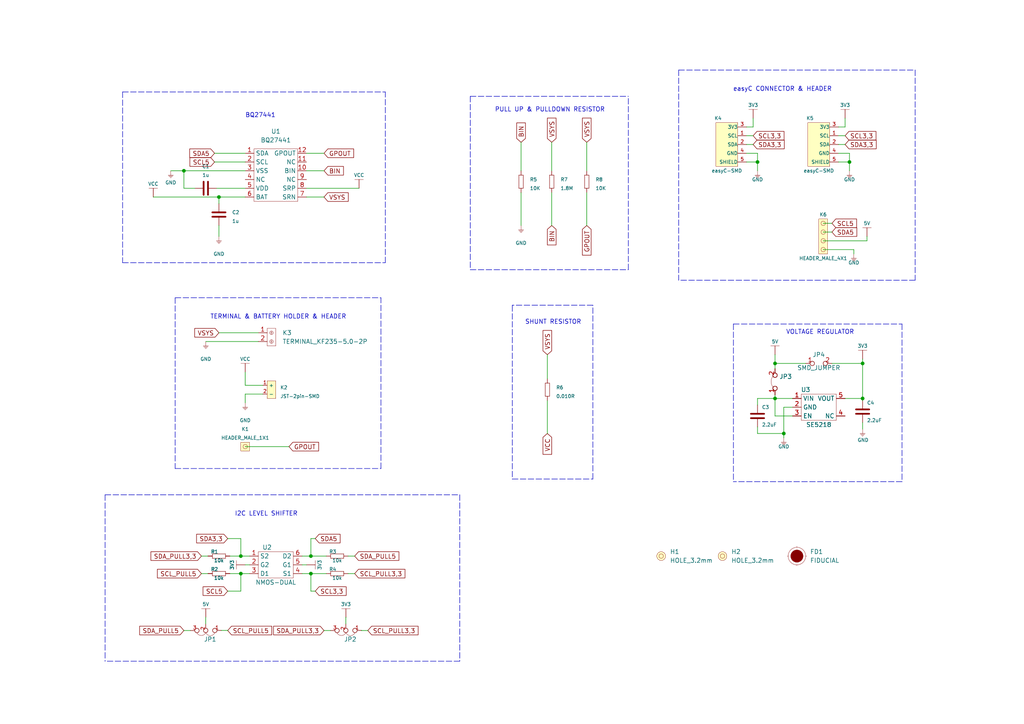
<source format=kicad_sch>
(kicad_sch (version 20210621) (generator eeschema)

  (uuid c4e165ae-2023-4e93-ba2b-0de1adb63811)

  (paper "A4")

  (lib_symbols
    (symbol "e-radionica.com schematics:0603C" (pin_numbers hide) (pin_names (offset 0.002)) (in_bom yes) (on_board yes)
      (property "Reference" "C" (id 0) (at -0.635 3.175 0)
        (effects (font (size 1 1)))
      )
      (property "Value" "0603C" (id 1) (at 0 -3.175 0)
        (effects (font (size 1 1)))
      )
      (property "Footprint" "e-radionica.com footprinti:0603C" (id 2) (at 0 0 0)
        (effects (font (size 1 1)) hide)
      )
      (property "Datasheet" "" (id 3) (at 0 0 0)
        (effects (font (size 1 1)) hide)
      )
      (symbol "0603C_0_1"
        (polyline
          (pts
            (xy -0.635 1.905)
            (xy -0.635 -1.905)
          )
          (stroke (width 0.5)) (fill (type none))
        )
        (polyline
          (pts
            (xy 0.635 1.905)
            (xy 0.635 -1.905)
          )
          (stroke (width 0.5)) (fill (type none))
        )
      )
      (symbol "0603C_1_1"
        (pin passive line (at -3.175 0 0) (length 2.54)
          (name "~" (effects (font (size 1.27 1.27))))
          (number "1" (effects (font (size 1.27 1.27))))
        )
        (pin passive line (at 3.175 0 180) (length 2.54)
          (name "~" (effects (font (size 1.27 1.27))))
          (number "2" (effects (font (size 1.27 1.27))))
        )
      )
    )
    (symbol "e-radionica.com schematics:0603R" (pin_numbers hide) (pin_names (offset 0.254)) (in_bom yes) (on_board yes)
      (property "Reference" "R" (id 0) (at -1.905 1.905 0)
        (effects (font (size 1 1)))
      )
      (property "Value" "0603R" (id 1) (at 0 -1.905 0)
        (effects (font (size 1 1)))
      )
      (property "Footprint" "e-radionica.com footprinti:0603R" (id 2) (at -0.635 1.905 0)
        (effects (font (size 1 1)) hide)
      )
      (property "Datasheet" "" (id 3) (at -0.635 1.905 0)
        (effects (font (size 1 1)) hide)
      )
      (symbol "0603R_0_1"
        (rectangle (start -1.905 -0.635) (end 1.905 -0.6604)
          (stroke (width 0.1)) (fill (type none))
        )
        (rectangle (start -1.905 0.635) (end -1.8796 -0.635)
          (stroke (width 0.1)) (fill (type none))
        )
        (rectangle (start -1.905 0.635) (end 1.905 0.6096)
          (stroke (width 0.1)) (fill (type none))
        )
        (rectangle (start 1.905 0.635) (end 1.9304 -0.635)
          (stroke (width 0.1)) (fill (type none))
        )
      )
      (symbol "0603R_1_1"
        (pin passive line (at -3.175 0 0) (length 1.27)
          (name "~" (effects (font (size 1.27 1.27))))
          (number "1" (effects (font (size 1.27 1.27))))
        )
        (pin passive line (at 3.175 0 180) (length 1.27)
          (name "~" (effects (font (size 1.27 1.27))))
          (number "2" (effects (font (size 1.27 1.27))))
        )
      )
    )
    (symbol "e-radionica.com schematics:1206R" (pin_numbers hide) (pin_names (offset 0.254)) (in_bom yes) (on_board yes)
      (property "Reference" "R" (id 0) (at 0 1.27 0)
        (effects (font (size 1 1)))
      )
      (property "Value" "1206R" (id 1) (at 0 -1.905 0)
        (effects (font (size 1 1)))
      )
      (property "Footprint" "e-radionica.com footprinti:1206R" (id 2) (at -1.27 -3.81 0)
        (effects (font (size 1 1)) hide)
      )
      (property "Datasheet" "" (id 3) (at -0.635 1.905 0)
        (effects (font (size 1 1)) hide)
      )
      (symbol "1206R_0_1"
        (rectangle (start -1.905 -0.635) (end 1.905 -0.6604)
          (stroke (width 0.1)) (fill (type none))
        )
        (rectangle (start -1.905 0.635) (end -1.8796 -0.635)
          (stroke (width 0.1)) (fill (type none))
        )
        (rectangle (start -1.905 0.635) (end 1.905 0.6096)
          (stroke (width 0.1)) (fill (type none))
        )
        (rectangle (start 1.905 0.635) (end 1.9304 -0.635)
          (stroke (width 0.1)) (fill (type none))
        )
      )
      (symbol "1206R_1_1"
        (pin passive line (at -3.175 0 0) (length 1.27)
          (name "~" (effects (font (size 1.27 1.27))))
          (number "1" (effects (font (size 1.27 1.27))))
        )
        (pin passive line (at 3.175 0 180) (length 1.27)
          (name "~" (effects (font (size 1.27 1.27))))
          (number "2" (effects (font (size 1.27 1.27))))
        )
      )
    )
    (symbol "e-radionica.com schematics:3V3" (power) (pin_names (offset 0)) (in_bom yes) (on_board yes)
      (property "Reference" "#PWR" (id 0) (at 4.445 0 0)
        (effects (font (size 1 1)) hide)
      )
      (property "Value" "3V3" (id 1) (at 0 3.556 0)
        (effects (font (size 1 1)))
      )
      (property "Footprint" "" (id 2) (at 4.445 3.81 0)
        (effects (font (size 1 1)) hide)
      )
      (property "Datasheet" "" (id 3) (at 4.445 3.81 0)
        (effects (font (size 1 1)) hide)
      )
      (property "ki_keywords" "power-flag" (id 4) (at 0 0 0)
        (effects (font (size 1.27 1.27)) hide)
      )
      (property "ki_description" "Power symbol creates a global label with name \"+3V3\"" (id 5) (at 0 0 0)
        (effects (font (size 1.27 1.27)) hide)
      )
      (symbol "3V3_0_1"
        (polyline
          (pts
            (xy -1.27 2.54)
            (xy 1.27 2.54)
          )
          (stroke (width 0.0006)) (fill (type none))
        )
        (polyline
          (pts
            (xy 0 0)
            (xy 0 2.54)
          )
          (stroke (width 0)) (fill (type none))
        )
      )
      (symbol "3V3_1_1"
        (pin power_in line (at 0 0 90) (length 0) hide
          (name "3V3" (effects (font (size 1.27 1.27))))
          (number "1" (effects (font (size 1.27 1.27))))
        )
      )
    )
    (symbol "e-radionica.com schematics:5V" (power) (pin_names (offset 0)) (in_bom yes) (on_board yes)
      (property "Reference" "#PWR" (id 0) (at 4.445 0 0)
        (effects (font (size 1 1)) hide)
      )
      (property "Value" "5V" (id 1) (at 0 3.556 0)
        (effects (font (size 1 1)))
      )
      (property "Footprint" "" (id 2) (at 4.445 3.81 0)
        (effects (font (size 1 1)) hide)
      )
      (property "Datasheet" "" (id 3) (at 4.445 3.81 0)
        (effects (font (size 1 1)) hide)
      )
      (property "ki_keywords" "power-flag" (id 4) (at 0 0 0)
        (effects (font (size 1.27 1.27)) hide)
      )
      (property "ki_description" "Power symbol creates a global label with name \"+3V3\"" (id 5) (at 0 0 0)
        (effects (font (size 1.27 1.27)) hide)
      )
      (symbol "5V_0_1"
        (polyline
          (pts
            (xy -1.27 2.54)
            (xy 1.27 2.54)
          )
          (stroke (width 0.0006)) (fill (type none))
        )
        (polyline
          (pts
            (xy 0 0)
            (xy 0 2.54)
          )
          (stroke (width 0)) (fill (type none))
        )
      )
      (symbol "5V_1_1"
        (pin power_in line (at 0 0 90) (length 0) hide
          (name "5V" (effects (font (size 1.27 1.27))))
          (number "1" (effects (font (size 1.27 1.27))))
        )
      )
    )
    (symbol "e-radionica.com schematics:BQ27441" (in_bom yes) (on_board yes)
      (property "Reference" "U" (id 0) (at 0 -8.89 0)
        (effects (font (size 1.27 1.27)))
      )
      (property "Value" "BQ27441" (id 1) (at 0 11.43 0)
        (effects (font (size 1.27 1.27)))
      )
      (property "Footprint" "e-radionica.com footprinti:BQ27441" (id 2) (at -1.27 0 0)
        (effects (font (size 1.27 1.27)) hide)
      )
      (property "Datasheet" "" (id 3) (at -1.27 0 0)
        (effects (font (size 1.27 1.27)) hide)
      )
      (symbol "BQ27441_0_1"
        (rectangle (start -6.35 7.62) (end 6.35 -7.62)
          (stroke (width 0.0006)) (fill (type none))
        )
      )
      (symbol "BQ27441_1_1"
        (pin input line (at -8.89 6.35 0) (length 2.54)
          (name "SDA" (effects (font (size 1.27 1.27))))
          (number "1" (effects (font (size 1.27 1.27))))
        )
        (pin input line (at 8.89 1.27 180) (length 2.54)
          (name "BIN" (effects (font (size 1.27 1.27))))
          (number "10" (effects (font (size 1.27 1.27))))
        )
        (pin input line (at 8.89 3.81 180) (length 2.54)
          (name "NC" (effects (font (size 1.27 1.27))))
          (number "11" (effects (font (size 1.27 1.27))))
        )
        (pin input line (at 8.89 6.35 180) (length 2.54)
          (name "GPOUT" (effects (font (size 1.27 1.27))))
          (number "12" (effects (font (size 1.27 1.27))))
        )
        (pin input line (at -8.89 3.81 0) (length 2.54)
          (name "SCL" (effects (font (size 1.27 1.27))))
          (number "2" (effects (font (size 1.27 1.27))))
        )
        (pin input line (at -8.89 1.27 0) (length 2.54)
          (name "VSS" (effects (font (size 1.27 1.27))))
          (number "3" (effects (font (size 1.27 1.27))))
        )
        (pin input line (at -8.89 -1.27 0) (length 2.54)
          (name "NC" (effects (font (size 1.27 1.27))))
          (number "4" (effects (font (size 1.27 1.27))))
        )
        (pin input line (at -8.89 -3.81 0) (length 2.54)
          (name "VDD" (effects (font (size 1.27 1.27))))
          (number "5" (effects (font (size 1.27 1.27))))
        )
        (pin input line (at -8.89 -6.35 0) (length 2.54)
          (name "BAT" (effects (font (size 1.27 1.27))))
          (number "6" (effects (font (size 1.27 1.27))))
        )
        (pin input line (at 8.89 -6.35 180) (length 2.54)
          (name "SRN" (effects (font (size 1.27 1.27))))
          (number "7" (effects (font (size 1.27 1.27))))
        )
        (pin input line (at 8.89 -3.81 180) (length 2.54)
          (name "SRP" (effects (font (size 1.27 1.27))))
          (number "8" (effects (font (size 1.27 1.27))))
        )
        (pin input line (at 8.89 -1.27 180) (length 2.54)
          (name "NC" (effects (font (size 1.27 1.27))))
          (number "9" (effects (font (size 1.27 1.27))))
        )
      )
    )
    (symbol "e-radionica.com schematics:FIDUCIAL" (in_bom no) (on_board yes)
      (property "Reference" "FD" (id 0) (at 0 3.81 0)
        (effects (font (size 1.27 1.27)))
      )
      (property "Value" "FIDUCIAL" (id 1) (at 0 -3.81 0)
        (effects (font (size 1.27 1.27)))
      )
      (property "Footprint" "e-radionica.com footprinti:FIDUCIAL_23" (id 2) (at 0.254 -5.334 0)
        (effects (font (size 1.27 1.27)) hide)
      )
      (property "Datasheet" "" (id 3) (at 0 0 0)
        (effects (font (size 1.27 1.27)) hide)
      )
      (symbol "FIDUCIAL_0_1"
        (circle (center 0 0) (radius 2.54) (stroke (width 0.0006)) (fill (type none)))
        (circle (center 0 0) (radius 1.7961) (stroke (width 0.001)) (fill (type outline)))
        (polyline
          (pts
            (xy -2.54 0)
            (xy -2.794 0)
          )
          (stroke (width 0.0006)) (fill (type none))
        )
        (polyline
          (pts
            (xy 0 -2.54)
            (xy 0 -2.794)
          )
          (stroke (width 0.0006)) (fill (type none))
        )
        (polyline
          (pts
            (xy 0 2.54)
            (xy 0 2.794)
          )
          (stroke (width 0.0006)) (fill (type none))
        )
        (polyline
          (pts
            (xy 2.54 0)
            (xy 2.794 0)
          )
          (stroke (width 0.0006)) (fill (type none))
        )
      )
    )
    (symbol "e-radionica.com schematics:GND" (power) (pin_names (offset 0)) (in_bom yes) (on_board yes)
      (property "Reference" "#PWR" (id 0) (at 4.445 0 0)
        (effects (font (size 1 1)) hide)
      )
      (property "Value" "GND" (id 1) (at 0 -2.921 0)
        (effects (font (size 1 1)))
      )
      (property "Footprint" "" (id 2) (at 4.445 3.81 0)
        (effects (font (size 1 1)) hide)
      )
      (property "Datasheet" "" (id 3) (at 4.445 3.81 0)
        (effects (font (size 1 1)) hide)
      )
      (property "ki_keywords" "power-flag" (id 4) (at 0 0 0)
        (effects (font (size 1.27 1.27)) hide)
      )
      (property "ki_description" "Power symbol creates a global label with name \"+3V3\"" (id 5) (at 0 0 0)
        (effects (font (size 1.27 1.27)) hide)
      )
      (symbol "GND_0_1"
        (polyline
          (pts
            (xy -0.762 -1.27)
            (xy 0.762 -1.27)
          )
          (stroke (width 0.0006)) (fill (type none))
        )
        (polyline
          (pts
            (xy -0.635 -1.524)
            (xy 0.635 -1.524)
          )
          (stroke (width 0.0006)) (fill (type none))
        )
        (polyline
          (pts
            (xy -0.381 -1.778)
            (xy 0.381 -1.778)
          )
          (stroke (width 0.0006)) (fill (type none))
        )
        (polyline
          (pts
            (xy -0.127 -2.032)
            (xy 0.127 -2.032)
          )
          (stroke (width 0.0006)) (fill (type none))
        )
        (polyline
          (pts
            (xy 0 0)
            (xy 0 -1.27)
          )
          (stroke (width 0.0006)) (fill (type none))
        )
      )
      (symbol "GND_1_1"
        (pin power_in line (at 0 0 270) (length 0) hide
          (name "GND" (effects (font (size 1.27 1.27))))
          (number "1" (effects (font (size 1.27 1.27))))
        )
      )
    )
    (symbol "e-radionica.com schematics:GND_1" (power) (pin_names (offset 0)) (in_bom yes) (on_board yes)
      (property "Reference" "#PWR" (id 0) (at 4.445 0 0)
        (effects (font (size 1 1)) hide)
      )
      (property "Value" "GND" (id 1) (at 0 -2.921 0)
        (effects (font (size 1 1)))
      )
      (property "Footprint" "" (id 2) (at 4.445 3.81 0)
        (effects (font (size 1 1)) hide)
      )
      (property "Datasheet" "" (id 3) (at 4.445 3.81 0)
        (effects (font (size 1 1)) hide)
      )
      (property "ki_keywords" "power-flag" (id 4) (at 0 0 0)
        (effects (font (size 1.27 1.27)) hide)
      )
      (property "ki_description" "Power symbol creates a global label with name \"GND\"" (id 5) (at 0 0 0)
        (effects (font (size 1.27 1.27)) hide)
      )
      (symbol "GND_1_0_1"
        (polyline
          (pts
            (xy -0.762 -1.27)
            (xy 0.762 -1.27)
          )
          (stroke (width 0.0006)) (fill (type none))
        )
        (polyline
          (pts
            (xy -0.635 -1.524)
            (xy 0.635 -1.524)
          )
          (stroke (width 0.0006)) (fill (type none))
        )
        (polyline
          (pts
            (xy -0.381 -1.778)
            (xy 0.381 -1.778)
          )
          (stroke (width 0.0006)) (fill (type none))
        )
        (polyline
          (pts
            (xy -0.127 -2.032)
            (xy 0.127 -2.032)
          )
          (stroke (width 0.0006)) (fill (type none))
        )
        (polyline
          (pts
            (xy 0 0)
            (xy 0 -1.27)
          )
          (stroke (width 0.0006)) (fill (type none))
        )
      )
      (symbol "GND_1_1_1"
        (pin power_in line (at 0 0 270) (length 0) hide
          (name "GND" (effects (font (size 1.27 1.27))))
          (number "1" (effects (font (size 1.27 1.27))))
        )
      )
    )
    (symbol "e-radionica.com schematics:GND_2" (power) (pin_names (offset 0)) (in_bom yes) (on_board yes)
      (property "Reference" "#PWR" (id 0) (at 4.445 0 0)
        (effects (font (size 1 1)) hide)
      )
      (property "Value" "GND" (id 1) (at 0 -2.921 0)
        (effects (font (size 1 1)))
      )
      (property "Footprint" "" (id 2) (at 4.445 3.81 0)
        (effects (font (size 1 1)) hide)
      )
      (property "Datasheet" "" (id 3) (at 4.445 3.81 0)
        (effects (font (size 1 1)) hide)
      )
      (property "ki_keywords" "power-flag" (id 4) (at 0 0 0)
        (effects (font (size 1.27 1.27)) hide)
      )
      (property "ki_description" "Power symbol creates a global label with name \"GND\"" (id 5) (at 0 0 0)
        (effects (font (size 1.27 1.27)) hide)
      )
      (symbol "GND_2_0_1"
        (polyline
          (pts
            (xy -0.762 -1.27)
            (xy 0.762 -1.27)
          )
          (stroke (width 0.0006)) (fill (type none))
        )
        (polyline
          (pts
            (xy -0.635 -1.524)
            (xy 0.635 -1.524)
          )
          (stroke (width 0.0006)) (fill (type none))
        )
        (polyline
          (pts
            (xy -0.381 -1.778)
            (xy 0.381 -1.778)
          )
          (stroke (width 0.0006)) (fill (type none))
        )
        (polyline
          (pts
            (xy -0.127 -2.032)
            (xy 0.127 -2.032)
          )
          (stroke (width 0.0006)) (fill (type none))
        )
        (polyline
          (pts
            (xy 0 0)
            (xy 0 -1.27)
          )
          (stroke (width 0.0006)) (fill (type none))
        )
      )
      (symbol "GND_2_1_1"
        (pin power_in line (at 0 0 270) (length 0) hide
          (name "GND" (effects (font (size 1.27 1.27))))
          (number "1" (effects (font (size 1.27 1.27))))
        )
      )
    )
    (symbol "e-radionica.com schematics:GND_3" (power) (pin_names (offset 0)) (in_bom yes) (on_board yes)
      (property "Reference" "#PWR" (id 0) (at 4.445 0 0)
        (effects (font (size 1 1)) hide)
      )
      (property "Value" "GND" (id 1) (at 0 -2.921 0)
        (effects (font (size 1 1)))
      )
      (property "Footprint" "" (id 2) (at 4.445 3.81 0)
        (effects (font (size 1 1)) hide)
      )
      (property "Datasheet" "" (id 3) (at 4.445 3.81 0)
        (effects (font (size 1 1)) hide)
      )
      (property "ki_keywords" "power-flag" (id 4) (at 0 0 0)
        (effects (font (size 1.27 1.27)) hide)
      )
      (property "ki_description" "Power symbol creates a global label with name \"GND\"" (id 5) (at 0 0 0)
        (effects (font (size 1.27 1.27)) hide)
      )
      (symbol "GND_3_0_1"
        (polyline
          (pts
            (xy -0.762 -1.27)
            (xy 0.762 -1.27)
          )
          (stroke (width 0.0006)) (fill (type none))
        )
        (polyline
          (pts
            (xy -0.635 -1.524)
            (xy 0.635 -1.524)
          )
          (stroke (width 0.0006)) (fill (type none))
        )
        (polyline
          (pts
            (xy -0.381 -1.778)
            (xy 0.381 -1.778)
          )
          (stroke (width 0.0006)) (fill (type none))
        )
        (polyline
          (pts
            (xy -0.127 -2.032)
            (xy 0.127 -2.032)
          )
          (stroke (width 0.0006)) (fill (type none))
        )
        (polyline
          (pts
            (xy 0 0)
            (xy 0 -1.27)
          )
          (stroke (width 0.0006)) (fill (type none))
        )
      )
      (symbol "GND_3_1_1"
        (pin power_in line (at 0 0 270) (length 0) hide
          (name "GND" (effects (font (size 1.27 1.27))))
          (number "1" (effects (font (size 1.27 1.27))))
        )
      )
    )
    (symbol "e-radionica.com schematics:GND_4" (power) (pin_names (offset 0)) (in_bom yes) (on_board yes)
      (property "Reference" "#PWR" (id 0) (at 4.445 0 0)
        (effects (font (size 1 1)) hide)
      )
      (property "Value" "GND" (id 1) (at 0 -2.921 0)
        (effects (font (size 1 1)))
      )
      (property "Footprint" "" (id 2) (at 4.445 3.81 0)
        (effects (font (size 1 1)) hide)
      )
      (property "Datasheet" "" (id 3) (at 4.445 3.81 0)
        (effects (font (size 1 1)) hide)
      )
      (property "ki_keywords" "power-flag" (id 4) (at 0 0 0)
        (effects (font (size 1.27 1.27)) hide)
      )
      (property "ki_description" "Power symbol creates a global label with name \"GND\"" (id 5) (at 0 0 0)
        (effects (font (size 1.27 1.27)) hide)
      )
      (symbol "GND_4_0_1"
        (polyline
          (pts
            (xy -0.762 -1.27)
            (xy 0.762 -1.27)
          )
          (stroke (width 0.0006)) (fill (type none))
        )
        (polyline
          (pts
            (xy -0.635 -1.524)
            (xy 0.635 -1.524)
          )
          (stroke (width 0.0006)) (fill (type none))
        )
        (polyline
          (pts
            (xy -0.381 -1.778)
            (xy 0.381 -1.778)
          )
          (stroke (width 0.0006)) (fill (type none))
        )
        (polyline
          (pts
            (xy -0.127 -2.032)
            (xy 0.127 -2.032)
          )
          (stroke (width 0.0006)) (fill (type none))
        )
        (polyline
          (pts
            (xy 0 0)
            (xy 0 -1.27)
          )
          (stroke (width 0.0006)) (fill (type none))
        )
      )
      (symbol "GND_4_1_1"
        (pin power_in line (at 0 0 270) (length 0) hide
          (name "GND" (effects (font (size 1.27 1.27))))
          (number "1" (effects (font (size 1.27 1.27))))
        )
      )
    )
    (symbol "e-radionica.com schematics:GND_5" (power) (pin_names (offset 0)) (in_bom yes) (on_board yes)
      (property "Reference" "#PWR" (id 0) (at 4.445 0 0)
        (effects (font (size 1 1)) hide)
      )
      (property "Value" "GND" (id 1) (at 0 -2.921 0)
        (effects (font (size 1 1)))
      )
      (property "Footprint" "" (id 2) (at 4.445 3.81 0)
        (effects (font (size 1 1)) hide)
      )
      (property "Datasheet" "" (id 3) (at 4.445 3.81 0)
        (effects (font (size 1 1)) hide)
      )
      (property "ki_keywords" "power-flag" (id 4) (at 0 0 0)
        (effects (font (size 1.27 1.27)) hide)
      )
      (property "ki_description" "Power symbol creates a global label with name \"GND\"" (id 5) (at 0 0 0)
        (effects (font (size 1.27 1.27)) hide)
      )
      (symbol "GND_5_0_1"
        (polyline
          (pts
            (xy -0.762 -1.27)
            (xy 0.762 -1.27)
          )
          (stroke (width 0.0006)) (fill (type none))
        )
        (polyline
          (pts
            (xy -0.635 -1.524)
            (xy 0.635 -1.524)
          )
          (stroke (width 0.0006)) (fill (type none))
        )
        (polyline
          (pts
            (xy -0.381 -1.778)
            (xy 0.381 -1.778)
          )
          (stroke (width 0.0006)) (fill (type none))
        )
        (polyline
          (pts
            (xy -0.127 -2.032)
            (xy 0.127 -2.032)
          )
          (stroke (width 0.0006)) (fill (type none))
        )
        (polyline
          (pts
            (xy 0 0)
            (xy 0 -1.27)
          )
          (stroke (width 0.0006)) (fill (type none))
        )
      )
      (symbol "GND_5_1_1"
        (pin power_in line (at 0 0 270) (length 0) hide
          (name "GND" (effects (font (size 1.27 1.27))))
          (number "1" (effects (font (size 1.27 1.27))))
        )
      )
    )
    (symbol "e-radionica.com schematics:HEADER_MALE_1X1" (pin_numbers hide) (pin_names hide) (in_bom yes) (on_board yes)
      (property "Reference" "K" (id 0) (at -0.635 2.54 0)
        (effects (font (size 1 1)))
      )
      (property "Value" "HEADER_MALE_1X1" (id 1) (at 0 -2.54 0)
        (effects (font (size 1 1)))
      )
      (property "Footprint" "e-radionica.com footprinti:HEADER_MALE_1X1" (id 2) (at 0 0 0)
        (effects (font (size 1 1)) hide)
      )
      (property "Datasheet" "" (id 3) (at 0 0 0)
        (effects (font (size 1 1)) hide)
      )
      (symbol "HEADER_MALE_1X1_0_1"
        (circle (center 0 0) (radius 0.635) (stroke (width 0.0006)) (fill (type none)))
        (rectangle (start -1.27 1.27) (end 1.27 -1.27)
          (stroke (width 0.001)) (fill (type background))
        )
      )
      (symbol "HEADER_MALE_1X1_1_1"
        (pin passive line (at 0 0 180) (length 0)
          (name "~" (effects (font (size 1 1))))
          (number "1" (effects (font (size 1 1))))
        )
      )
    )
    (symbol "e-radionica.com schematics:HEADER_MALE_4X1" (pin_numbers hide) (pin_names hide) (in_bom yes) (on_board yes)
      (property "Reference" "K" (id 0) (at -0.635 7.62 0)
        (effects (font (size 1 1)))
      )
      (property "Value" "HEADER_MALE_4X1" (id 1) (at 0 -5.08 0)
        (effects (font (size 1 1)))
      )
      (property "Footprint" "e-radionica.com footprinti:HEADER_MALE_4X1" (id 2) (at 0 -2.54 0)
        (effects (font (size 1 1)) hide)
      )
      (property "Datasheet" "" (id 3) (at 0 -2.54 0)
        (effects (font (size 1 1)) hide)
      )
      (symbol "HEADER_MALE_4X1_0_1"
        (circle (center 0 -2.54) (radius 0.635) (stroke (width 0.0006)) (fill (type none)))
        (circle (center 0 0) (radius 0.635) (stroke (width 0.0006)) (fill (type none)))
        (circle (center 0 2.54) (radius 0.635) (stroke (width 0.0006)) (fill (type none)))
        (circle (center 0 5.08) (radius 0.635) (stroke (width 0.0006)) (fill (type none)))
        (rectangle (start 1.27 -3.81) (end -1.27 6.35)
          (stroke (width 0.001)) (fill (type background))
        )
      )
      (symbol "HEADER_MALE_4X1_1_1"
        (pin passive line (at 0 -2.54 180) (length 0)
          (name "~" (effects (font (size 1 1))))
          (number "1" (effects (font (size 1 1))))
        )
        (pin passive line (at 0 0 180) (length 0)
          (name "~" (effects (font (size 1 1))))
          (number "2" (effects (font (size 1 1))))
        )
        (pin passive line (at 0 2.54 180) (length 0)
          (name "~" (effects (font (size 1 1))))
          (number "3" (effects (font (size 1 1))))
        )
        (pin passive line (at 0 5.08 180) (length 0)
          (name "~" (effects (font (size 1 1))))
          (number "4" (effects (font (size 1 1))))
        )
      )
    )
    (symbol "e-radionica.com schematics:HOLE_3.2mm" (pin_numbers hide) (pin_names hide) (in_bom yes) (on_board yes)
      (property "Reference" "H" (id 0) (at 0 2.54 0)
        (effects (font (size 1.27 1.27)))
      )
      (property "Value" "HOLE_3.2mm" (id 1) (at 0 -2.54 0)
        (effects (font (size 1.27 1.27)))
      )
      (property "Footprint" "e-radionica.com footprinti:HOLE_3.2mm" (id 2) (at 0 0 0)
        (effects (font (size 1.27 1.27)) hide)
      )
      (property "Datasheet" "" (id 3) (at 0 0 0)
        (effects (font (size 1.27 1.27)) hide)
      )
      (symbol "HOLE_3.2mm_0_1"
        (circle (center 0 0) (radius 0.635) (stroke (width 0.0006)) (fill (type none)))
        (circle (center 0 0) (radius 1.27) (stroke (width 0.001)) (fill (type background)))
      )
    )
    (symbol "e-radionica.com schematics:JST-2pin-SMD" (in_bom yes) (on_board yes)
      (property "Reference" "K" (id 0) (at -1.27 5.08 0)
        (effects (font (size 1 1)))
      )
      (property "Value" "JST-2pin-SMD" (id 1) (at 0 -2.54 0)
        (effects (font (size 1 1)))
      )
      (property "Footprint" "e-radionica.com footprinti:JST-2pin-SMD" (id 2) (at 0 0 0)
        (effects (font (size 1 1)) hide)
      )
      (property "Datasheet" "" (id 3) (at 0 0 0)
        (effects (font (size 1 1)) hide)
      )
      (symbol "JST-2pin-SMD_0_1"
        (rectangle (start -2.54 3.81) (end 0 -1.27)
          (stroke (width 0.001)) (fill (type background))
        )
      )
      (symbol "JST-2pin-SMD_1_1"
        (pin passive line (at 1.27 0 180) (length 1.27)
          (name "+" (effects (font (size 1 1))))
          (number "1" (effects (font (size 1 1))))
        )
        (pin passive line (at 1.27 2.54 180) (length 1.27)
          (name "-" (effects (font (size 1 1))))
          (number "2" (effects (font (size 1 1))))
        )
      )
    )
    (symbol "e-radionica.com schematics:NMOS-DUAL" (in_bom yes) (on_board yes)
      (property "Reference" "U" (id 0) (at -3.81 5.08 0)
        (effects (font (size 1.27 1.27)))
      )
      (property "Value" "NMOS-DUAL" (id 1) (at 0 -5.08 0)
        (effects (font (size 1.27 1.27)))
      )
      (property "Footprint" "e-radionica.com footprinti:SOT-363" (id 2) (at 0 -7.62 0)
        (effects (font (size 1.27 1.27)) hide)
      )
      (property "Datasheet" "" (id 3) (at 0 -2.54 0)
        (effects (font (size 1.27 1.27)) hide)
      )
      (symbol "NMOS-DUAL_0_1"
        (rectangle (start -5.08 3.81) (end 5.08 -3.81)
          (stroke (width 0.0006)) (fill (type none))
        )
      )
      (symbol "NMOS-DUAL_1_1"
        (pin input line (at -7.62 2.54 0) (length 2.54)
          (name "S2" (effects (font (size 1.27 1.27))))
          (number "1" (effects (font (size 1.27 1.27))))
        )
        (pin input line (at -7.62 0 0) (length 2.54)
          (name "G2" (effects (font (size 1.27 1.27))))
          (number "2" (effects (font (size 1.27 1.27))))
        )
        (pin input line (at -7.62 -2.54 0) (length 2.54)
          (name "D1" (effects (font (size 1.27 1.27))))
          (number "3" (effects (font (size 1.27 1.27))))
        )
        (pin input line (at 7.62 -2.54 180) (length 2.54)
          (name "S1" (effects (font (size 1.27 1.27))))
          (number "4" (effects (font (size 1.27 1.27))))
        )
        (pin input line (at 7.62 0 180) (length 2.54)
          (name "G1" (effects (font (size 1.27 1.27))))
          (number "5" (effects (font (size 1.27 1.27))))
        )
        (pin input line (at 7.62 2.54 180) (length 2.54)
          (name "D2" (effects (font (size 1.27 1.27))))
          (number "6" (effects (font (size 1.27 1.27))))
        )
      )
    )
    (symbol "e-radionica.com schematics:SE5218" (in_bom yes) (on_board yes)
      (property "Reference" "U" (id 0) (at -3.81 5.08 0)
        (effects (font (size 1.27 1.27)))
      )
      (property "Value" "SE5218" (id 1) (at 0 -5.08 0)
        (effects (font (size 1.27 1.27)))
      )
      (property "Footprint" "e-radionica.com footprinti:SOT-23-5" (id 2) (at 0 0 0)
        (effects (font (size 1.27 1.27)) hide)
      )
      (property "Datasheet" "" (id 3) (at 0 0 0)
        (effects (font (size 1.27 1.27)) hide)
      )
      (symbol "SE5218_0_1"
        (rectangle (start -5.08 3.81) (end 5.08 -3.81)
          (stroke (width 0.0006)) (fill (type none))
        )
      )
      (symbol "SE5218_1_1"
        (pin power_in line (at -7.62 2.54 0) (length 2.54)
          (name "VIN" (effects (font (size 1.27 1.27))))
          (number "1" (effects (font (size 1.27 1.27))))
        )
        (pin power_in line (at -7.62 0 0) (length 2.54)
          (name "GND" (effects (font (size 1.27 1.27))))
          (number "2" (effects (font (size 1.27 1.27))))
        )
        (pin input line (at -7.62 -2.54 0) (length 2.54)
          (name "EN" (effects (font (size 1.27 1.27))))
          (number "3" (effects (font (size 1.27 1.27))))
        )
        (pin passive line (at 7.62 -2.54 180) (length 2.54)
          (name "NC" (effects (font (size 1.27 1.27))))
          (number "4" (effects (font (size 1.27 1.27))))
        )
        (pin power_out line (at 7.62 2.54 180) (length 2.54)
          (name "VOUT" (effects (font (size 1.27 1.27))))
          (number "5" (effects (font (size 1.27 1.27))))
        )
      )
    )
    (symbol "e-radionica.com schematics:SMD-JUMPER-CONNECTED_TRACE_SLODERMASK" (in_bom yes) (on_board yes)
      (property "Reference" "JP" (id 0) (at 0 3.556 0)
        (effects (font (size 1.27 1.27)))
      )
      (property "Value" "SMD-JUMPER-CONNECTED_TRACE_SLODERMASK" (id 1) (at 0 -2.54 0)
        (effects (font (size 1.27 1.27)))
      )
      (property "Footprint" "e-radionica.com footprinti:SMD-JUMPER-CONNECTED_TRACE_SLODERMASK" (id 2) (at 0 -5.715 0)
        (effects (font (size 1.27 1.27)) hide)
      )
      (property "Datasheet" "" (id 3) (at 0 0 0)
        (effects (font (size 1.27 1.27)) hide)
      )
      (symbol "SMD-JUMPER-CONNECTED_TRACE_SLODERMASK_0_1"
        (arc (start -1.8034 0.5588) (end 1.397 0.5842) (radius (at -0.1875 -1.4124) (length 2.5489) (angles 129.3 51.6))
          (stroke (width 0.0006)) (fill (type none))
        )
      )
      (symbol "SMD-JUMPER-CONNECTED_TRACE_SLODERMASK_1_1"
        (pin passive inverted (at -4.064 0 0) (length 2.54)
          (name "" (effects (font (size 1.27 1.27))))
          (number "1" (effects (font (size 1.27 1.27))))
        )
        (pin passive inverted (at 3.556 0 180) (length 2.54)
          (name "" (effects (font (size 1.27 1.27))))
          (number "2" (effects (font (size 1.27 1.27))))
        )
      )
    )
    (symbol "e-radionica.com schematics:SMD_JUMPER" (in_bom yes) (on_board yes)
      (property "Reference" "JP" (id 0) (at 0 1.397 0)
        (effects (font (size 1.27 1.27)))
      )
      (property "Value" "SMD_JUMPER" (id 1) (at 0.508 -3.048 0)
        (effects (font (size 1.27 1.27)))
      )
      (property "Footprint" "e-radionica.com footprinti:SMD_JUMPER" (id 2) (at 0 0 0)
        (effects (font (size 1.27 1.27)) hide)
      )
      (property "Datasheet" "" (id 3) (at 0 0 0)
        (effects (font (size 1.27 1.27)) hide)
      )
      (symbol "SMD_JUMPER_1_1"
        (pin passive inverted (at -3.81 0 0) (length 2.54)
          (name "" (effects (font (size 1.27 1.27))))
          (number "1" (effects (font (size 1.27 1.27))))
        )
        (pin passive inverted (at 3.81 0 180) (length 2.54)
          (name "" (effects (font (size 1.27 1.27))))
          (number "2" (effects (font (size 1.27 1.27))))
        )
      )
    )
    (symbol "e-radionica.com schematics:SMD_JUMPER_3_PAD_TRACE" (in_bom yes) (on_board yes)
      (property "Reference" "JP" (id 0) (at 0.0254 5.461 0)
        (effects (font (size 1.27 1.27)))
      )
      (property "Value" "SMD_JUMPER_3_PAD_TRACE" (id 1) (at 0.3048 -4.572 0)
        (effects (font (size 1.27 1.27)))
      )
      (property "Footprint" "e-radionica.com footprinti:SMD_JUMPER_3_PAD_TRACE" (id 2) (at 0 -1.27 0)
        (effects (font (size 1.27 1.27)) hide)
      )
      (property "Datasheet" "" (id 3) (at 0 0 0)
        (effects (font (size 1.27 1.27)) hide)
      )
      (symbol "SMD_JUMPER_3_PAD_TRACE_0_1"
        (arc (start -2.6162 0.6096) (end 0 0.5842) (radius (at -1.3133 0.057) (length 1.4152) (angles 157 21.9))
          (stroke (width 0.0006)) (fill (type none))
        )
        (arc (start 0 0.6096) (end 2.5908 0.6604) (radius (at 1.308 -0.0085) (length 1.4467) (angles 154.7 27.5))
          (stroke (width 0.0006)) (fill (type none))
        )
      )
      (symbol "SMD_JUMPER_3_PAD_TRACE_1_1"
        (pin passive inverted (at -4.5212 -0.0254 0) (length 2.54)
          (name "" (effects (font (size 1 1))))
          (number "1" (effects (font (size 1 1))))
        )
        (pin passive inverted (at 0.0254 -1.9304 90) (length 2.54)
          (name "" (effects (font (size 1 1))))
          (number "2" (effects (font (size 1 1))))
        )
        (pin passive inverted (at 4.4704 0 180) (length 2.54)
          (name "" (effects (font (size 1 1))))
          (number "3" (effects (font (size 1 1))))
        )
      )
    )
    (symbol "e-radionica.com schematics:TERMINAL_KF235-5.0-2P" (in_bom yes) (on_board yes)
      (property "Reference" "K" (id 0) (at 0 3.81 0)
        (effects (font (size 1.27 1.27)))
      )
      (property "Value" "TERMINAL_KF235-5.0-2P" (id 1) (at 0 -3.81 0)
        (effects (font (size 1.27 1.27)))
      )
      (property "Footprint" "e-radionica.com footprinti:TERMINAL_KF235-5.0-2P" (id 2) (at 0 0 0)
        (effects (font (size 1.27 1.27)) hide)
      )
      (property "Datasheet" "" (id 3) (at 0 0 0)
        (effects (font (size 1.27 1.27)) hide)
      )
      (symbol "TERMINAL_KF235-5.0-2P_0_1"
        (circle (center 0 -1.27) (radius 0.508) (stroke (width 0.0006)) (fill (type none)))
        (circle (center 0 1.27) (radius 0.508) (stroke (width 0.0006)) (fill (type none)))
        (rectangle (start -1.27 2.54) (end 1.27 -2.54)
          (stroke (width 0.0006)) (fill (type none))
        )
        (polyline
          (pts
            (xy -0.254 -1.27)
            (xy 0.254 -1.27)
          )
          (stroke (width 0.0006)) (fill (type none))
        )
        (polyline
          (pts
            (xy -0.254 1.27)
            (xy 0.254 1.27)
          )
          (stroke (width 0.0006)) (fill (type none))
        )
        (polyline
          (pts
            (xy 0 -0.762)
            (xy 0 -1.778)
          )
          (stroke (width 0.0006)) (fill (type none))
        )
        (polyline
          (pts
            (xy 0 1.778)
            (xy 0 0.762)
          )
          (stroke (width 0.0006)) (fill (type none))
        )
      )
      (symbol "TERMINAL_KF235-5.0-2P_1_1"
        (pin input line (at -3.81 1.27 0) (length 2.54)
          (name "~" (effects (font (size 1.27 1.27))))
          (number "1" (effects (font (size 1.27 1.27))))
        )
        (pin input line (at -3.81 -1.27 0) (length 2.54)
          (name "~" (effects (font (size 1.27 1.27))))
          (number "2" (effects (font (size 1.27 1.27))))
        )
      )
    )
    (symbol "e-radionica.com schematics:VCC" (power) (pin_names (offset 0)) (in_bom yes) (on_board yes)
      (property "Reference" "#PWR" (id 0) (at 4.445 0 0)
        (effects (font (size 1 1)) hide)
      )
      (property "Value" "VCC" (id 1) (at 0 3.556 0)
        (effects (font (size 1 1)))
      )
      (property "Footprint" "" (id 2) (at 4.445 3.81 0)
        (effects (font (size 1 1)) hide)
      )
      (property "Datasheet" "" (id 3) (at 4.445 3.81 0)
        (effects (font (size 1 1)) hide)
      )
      (property "ki_keywords" "power-flag" (id 4) (at 0 0 0)
        (effects (font (size 1.27 1.27)) hide)
      )
      (property "ki_description" "Power symbol creates a global label with name \"VCC\"" (id 5) (at 0 0 0)
        (effects (font (size 1.27 1.27)) hide)
      )
      (symbol "VCC_0_1"
        (polyline
          (pts
            (xy -1.27 2.54)
            (xy 1.27 2.54)
          )
          (stroke (width 0.0006)) (fill (type none))
        )
        (polyline
          (pts
            (xy 0 0)
            (xy 0 2.54)
          )
          (stroke (width 0)) (fill (type none))
        )
      )
      (symbol "VCC_1_1"
        (pin power_in line (at 0 0 90) (length 0) hide
          (name "VCC" (effects (font (size 1.27 1.27))))
          (number "1" (effects (font (size 1.27 1.27))))
        )
      )
    )
    (symbol "e-radionica.com schematics:easyC-SMD" (pin_names (offset 0.002)) (in_bom yes) (on_board yes)
      (property "Reference" "K" (id 0) (at -2.54 10.16 0)
        (effects (font (size 1 1)))
      )
      (property "Value" "easyC-SMD" (id 1) (at 0 -5.08 0)
        (effects (font (size 1 1)))
      )
      (property "Footprint" "e-radionica.com footprinti:easyC-connector" (id 2) (at 3.175 2.54 0)
        (effects (font (size 1 1)) hide)
      )
      (property "Datasheet" "" (id 3) (at 3.175 2.54 0)
        (effects (font (size 1 1)) hide)
      )
      (symbol "easyC-SMD_0_1"
        (rectangle (start -3.175 8.89) (end 3.175 -3.81)
          (stroke (width 0.001)) (fill (type background))
        )
      )
      (symbol "easyC-SMD_1_1"
        (pin passive line (at 5.715 5.08 180) (length 2.54)
          (name "SCL" (effects (font (size 1 1))))
          (number "1" (effects (font (size 1 1))))
        )
        (pin passive line (at 5.715 2.54 180) (length 2.54)
          (name "SDA" (effects (font (size 1 1))))
          (number "2" (effects (font (size 1 1))))
        )
        (pin passive line (at 5.715 7.62 180) (length 2.54)
          (name "3V3" (effects (font (size 1 1))))
          (number "3" (effects (font (size 1 1))))
        )
        (pin passive line (at 5.715 0 180) (length 2.54)
          (name "GND" (effects (font (size 1 1))))
          (number "4" (effects (font (size 1 1))))
        )
        (pin passive line (at 5.715 -2.54 180) (length 2.54)
          (name "SHIELD" (effects (font (size 1 1))))
          (number "5" (effects (font (size 1 1))))
        )
      )
    )
  )

  (junction (at 53.34 49.53) (diameter 0.9144) (color 0 0 0 0))
  (junction (at 63.5 57.15) (diameter 0.9144) (color 0 0 0 0))
  (junction (at 69.85 161.29) (diameter 0.9144) (color 0 0 0 0))
  (junction (at 69.85 166.37) (diameter 0.9144) (color 0 0 0 0))
  (junction (at 90.17 161.29) (diameter 0.9144) (color 0 0 0 0))
  (junction (at 90.17 166.37) (diameter 0.9144) (color 0 0 0 0))
  (junction (at 219.71 46.99) (diameter 0.9144) (color 0 0 0 0))
  (junction (at 224.79 105.41) (diameter 0.9144) (color 0 0 0 0))
  (junction (at 224.79 115.57) (diameter 0.9144) (color 0 0 0 0))
  (junction (at 227.33 125.73) (diameter 0.9144) (color 0 0 0 0))
  (junction (at 246.38 46.99) (diameter 0.9144) (color 0 0 0 0))
  (junction (at 250.19 105.41) (diameter 0.9144) (color 0 0 0 0))
  (junction (at 250.19 115.57) (diameter 0.9144) (color 0 0 0 0))

  (wire (pts (xy 44.45 57.15) (xy 63.5 57.15))
    (stroke (width 0) (type solid) (color 0 0 0 0))
    (uuid 91ead9db-0086-4010-a8cc-9fbd51107927)
  )
  (wire (pts (xy 49.53 49.53) (xy 53.34 49.53))
    (stroke (width 0) (type solid) (color 0 0 0 0))
    (uuid 09150622-e296-4118-8372-5a0d7e8306ca)
  )
  (wire (pts (xy 53.34 49.53) (xy 71.12 49.53))
    (stroke (width 0) (type solid) (color 0 0 0 0))
    (uuid 09150622-e296-4118-8372-5a0d7e8306ca)
  )
  (wire (pts (xy 53.34 54.61) (xy 53.34 49.53))
    (stroke (width 0) (type solid) (color 0 0 0 0))
    (uuid 1cd4e3f0-b436-4b99-87ef-53f2809fb35f)
  )
  (wire (pts (xy 53.34 182.88) (xy 55.2196 182.88))
    (stroke (width 0) (type solid) (color 0 0 0 0))
    (uuid 56dc5526-76db-4533-9d27-fd5971e6d0c7)
  )
  (wire (pts (xy 56.515 54.61) (xy 53.34 54.61))
    (stroke (width 0) (type solid) (color 0 0 0 0))
    (uuid 1cd4e3f0-b436-4b99-87ef-53f2809fb35f)
  )
  (wire (pts (xy 58.42 161.29) (xy 60.325 161.29))
    (stroke (width 0) (type solid) (color 0 0 0 0))
    (uuid 572119cc-a2c4-4d45-8320-78b89303482c)
  )
  (wire (pts (xy 58.42 166.37) (xy 60.325 166.37))
    (stroke (width 0) (type solid) (color 0 0 0 0))
    (uuid e8643bfd-7e7b-4958-be44-e1f640582919)
  )
  (wire (pts (xy 59.6646 179.07) (xy 59.69 179.07))
    (stroke (width 0) (type solid) (color 0 0 0 0))
    (uuid f26268bd-0f9c-484a-974b-e5b581f9b8f5)
  )
  (wire (pts (xy 59.6646 180.9496) (xy 59.6646 179.07))
    (stroke (width 0) (type solid) (color 0 0 0 0))
    (uuid 8143ff58-9f6b-4433-85a2-db39424fc825)
  )
  (wire (pts (xy 59.69 99.06) (xy 74.93 99.06))
    (stroke (width 0) (type solid) (color 0 0 0 0))
    (uuid 051a6281-582b-46e1-911a-40f788c3d6f5)
  )
  (wire (pts (xy 62.23 44.45) (xy 71.12 44.45))
    (stroke (width 0) (type solid) (color 0 0 0 0))
    (uuid b4b7e221-fea9-4421-8cd8-08829e50fe64)
  )
  (wire (pts (xy 62.23 46.99) (xy 71.12 46.99))
    (stroke (width 0) (type solid) (color 0 0 0 0))
    (uuid 027decb0-c77c-4e21-8e6d-ce6dd583fba9)
  )
  (wire (pts (xy 62.865 54.61) (xy 71.12 54.61))
    (stroke (width 0) (type solid) (color 0 0 0 0))
    (uuid 1322ecbd-f470-42fe-9011-f11c08dff8f5)
  )
  (wire (pts (xy 63.5 57.15) (xy 63.5 59.055))
    (stroke (width 0) (type solid) (color 0 0 0 0))
    (uuid 9b2d7d4a-e6c2-427f-a107-1b9d4b5fd0f9)
  )
  (wire (pts (xy 63.5 57.15) (xy 71.12 57.15))
    (stroke (width 0) (type solid) (color 0 0 0 0))
    (uuid 91ead9db-0086-4010-a8cc-9fbd51107927)
  )
  (wire (pts (xy 63.5 65.405) (xy 63.5 68.58))
    (stroke (width 0) (type solid) (color 0 0 0 0))
    (uuid 12292241-1fea-4185-a97b-fb9242d8069d)
  )
  (wire (pts (xy 63.5 96.52) (xy 74.93 96.52))
    (stroke (width 0) (type solid) (color 0 0 0 0))
    (uuid b59d8ac3-7328-4d52-86ca-3631186bbfcc)
  )
  (wire (pts (xy 64.2112 182.8546) (xy 66.04 182.8546))
    (stroke (width 0) (type solid) (color 0 0 0 0))
    (uuid 2ba2ca3d-6a3c-4109-898b-25b025cd442d)
  )
  (wire (pts (xy 66.04 156.21) (xy 69.85 156.21))
    (stroke (width 0) (type solid) (color 0 0 0 0))
    (uuid 43c4b777-dbd7-4a4e-af1b-f8b1c16414a6)
  )
  (wire (pts (xy 66.04 171.45) (xy 69.85 171.45))
    (stroke (width 0) (type solid) (color 0 0 0 0))
    (uuid a03bf955-1b89-414f-baec-9f6f8a9c4274)
  )
  (wire (pts (xy 66.04 182.8546) (xy 66.04 182.88))
    (stroke (width 0) (type solid) (color 0 0 0 0))
    (uuid 2373f42a-236f-4f14-9c10-d593a3d3497a)
  )
  (wire (pts (xy 66.675 161.29) (xy 69.85 161.29))
    (stroke (width 0) (type solid) (color 0 0 0 0))
    (uuid 650c91d8-21f2-4ad2-a623-111a17ef47b3)
  )
  (wire (pts (xy 66.675 166.37) (xy 69.85 166.37))
    (stroke (width 0) (type solid) (color 0 0 0 0))
    (uuid 27dafaff-e5ab-40b8-8047-ecb3350eb314)
  )
  (wire (pts (xy 69.85 156.21) (xy 69.85 161.29))
    (stroke (width 0) (type solid) (color 0 0 0 0))
    (uuid a65355ac-b606-4ccf-b809-26678bcb05ba)
  )
  (wire (pts (xy 69.85 161.29) (xy 72.39 161.29))
    (stroke (width 0) (type solid) (color 0 0 0 0))
    (uuid e58e2324-dc54-4d85-a62f-c7b1da5256ff)
  )
  (wire (pts (xy 69.85 166.37) (xy 72.39 166.37))
    (stroke (width 0) (type solid) (color 0 0 0 0))
    (uuid 737231f9-c9ba-4b77-8ee4-bf101bbbbdc0)
  )
  (wire (pts (xy 69.85 171.45) (xy 69.85 166.37))
    (stroke (width 0) (type solid) (color 0 0 0 0))
    (uuid 2c39cf26-10f4-45cc-bad4-bb17149b5d92)
  )
  (wire (pts (xy 71.12 111.76) (xy 71.12 107.95))
    (stroke (width 0) (type solid) (color 0 0 0 0))
    (uuid 8d84e65c-774f-4fb3-aec8-8b6f4cff03d4)
  )
  (wire (pts (xy 71.12 114.3) (xy 71.12 116.84))
    (stroke (width 0) (type solid) (color 0 0 0 0))
    (uuid b1e859b3-23d5-4cf0-9795-bf10c8c5e484)
  )
  (wire (pts (xy 71.12 129.54) (xy 83.82 129.54))
    (stroke (width 0) (type solid) (color 0 0 0 0))
    (uuid 19c57412-68a1-4eaa-84dd-337ef5136217)
  )
  (wire (pts (xy 71.12 163.83) (xy 72.39 163.83))
    (stroke (width 0) (type solid) (color 0 0 0 0))
    (uuid b961191e-b82a-48ac-93d3-25307c20aac6)
  )
  (wire (pts (xy 76.2 111.76) (xy 71.12 111.76))
    (stroke (width 0) (type solid) (color 0 0 0 0))
    (uuid 8d84e65c-774f-4fb3-aec8-8b6f4cff03d4)
  )
  (wire (pts (xy 76.2 114.3) (xy 71.12 114.3))
    (stroke (width 0) (type solid) (color 0 0 0 0))
    (uuid b1e859b3-23d5-4cf0-9795-bf10c8c5e484)
  )
  (wire (pts (xy 87.63 161.29) (xy 90.17 161.29))
    (stroke (width 0) (type solid) (color 0 0 0 0))
    (uuid efcdcf8f-2266-47dc-9ec7-0d39650fc762)
  )
  (wire (pts (xy 87.63 163.83) (xy 88.9 163.83))
    (stroke (width 0) (type solid) (color 0 0 0 0))
    (uuid 07f9ccc7-e3e3-4322-9331-404c56f2ffa3)
  )
  (wire (pts (xy 87.63 166.37) (xy 90.17 166.37))
    (stroke (width 0) (type solid) (color 0 0 0 0))
    (uuid df5def12-629e-441d-b24a-fed9e7aa64f5)
  )
  (wire (pts (xy 88.9 44.45) (xy 93.98 44.45))
    (stroke (width 0) (type solid) (color 0 0 0 0))
    (uuid 6d0be950-fcc4-454a-af24-86c98eec4e99)
  )
  (wire (pts (xy 88.9 49.53) (xy 93.98 49.53))
    (stroke (width 0) (type solid) (color 0 0 0 0))
    (uuid 76243d1c-3044-400d-9da6-37cf0b0bbec8)
  )
  (wire (pts (xy 88.9 54.61) (xy 104.14 54.61))
    (stroke (width 0) (type solid) (color 0 0 0 0))
    (uuid 63a8e665-8579-40c6-8712-6f224c098b57)
  )
  (wire (pts (xy 88.9 57.15) (xy 93.98 57.15))
    (stroke (width 0) (type solid) (color 0 0 0 0))
    (uuid 42717a58-e9cc-4e1a-8366-0e8ba069c47e)
  )
  (wire (pts (xy 90.17 156.21) (xy 90.17 161.29))
    (stroke (width 0) (type solid) (color 0 0 0 0))
    (uuid 7c2c7c09-d740-4890-aeb6-36e794427167)
  )
  (wire (pts (xy 90.17 161.29) (xy 94.615 161.29))
    (stroke (width 0) (type solid) (color 0 0 0 0))
    (uuid 9e313817-6004-4a1a-84ea-cf9c7000c474)
  )
  (wire (pts (xy 90.17 166.37) (xy 94.615 166.37))
    (stroke (width 0) (type solid) (color 0 0 0 0))
    (uuid 5763e8f3-bae8-4cd1-8bdd-9d4b441b95f3)
  )
  (wire (pts (xy 90.17 171.45) (xy 90.17 166.37))
    (stroke (width 0) (type solid) (color 0 0 0 0))
    (uuid ac194603-b052-4d80-829d-97a525313803)
  )
  (wire (pts (xy 91.44 156.21) (xy 90.17 156.21))
    (stroke (width 0) (type solid) (color 0 0 0 0))
    (uuid 2d9ef0fe-8c4e-4b4f-afc7-bb31a145037f)
  )
  (wire (pts (xy 91.44 171.45) (xy 90.17 171.45))
    (stroke (width 0) (type solid) (color 0 0 0 0))
    (uuid 20ddd93d-d5a0-4f29-8fe4-51878a52e261)
  )
  (wire (pts (xy 93.98 182.88) (xy 95.8596 182.88))
    (stroke (width 0) (type solid) (color 0 0 0 0))
    (uuid 5709b461-2a2e-43b8-8a4c-6d63d1b890f8)
  )
  (wire (pts (xy 100.3046 179.07) (xy 100.33 179.07))
    (stroke (width 0) (type solid) (color 0 0 0 0))
    (uuid 0f57a06a-b6a1-4040-9aa8-2d996dfb3d98)
  )
  (wire (pts (xy 100.3046 180.9496) (xy 100.3046 179.07))
    (stroke (width 0) (type solid) (color 0 0 0 0))
    (uuid f5bd285a-84a4-44f4-bace-44cb3262e73a)
  )
  (wire (pts (xy 100.965 161.29) (xy 102.87 161.29))
    (stroke (width 0) (type solid) (color 0 0 0 0))
    (uuid 41dd209b-8b9f-4645-a332-85033fa9f131)
  )
  (wire (pts (xy 100.965 166.37) (xy 102.87 166.37))
    (stroke (width 0) (type solid) (color 0 0 0 0))
    (uuid 5999c43d-e6e1-44f8-a34a-2fc2ca81f56c)
  )
  (wire (pts (xy 104.8512 182.8546) (xy 104.8512 182.88))
    (stroke (width 0) (type solid) (color 0 0 0 0))
    (uuid d3803c9a-3672-4d8d-8dd2-82e60be7829b)
  )
  (wire (pts (xy 104.8512 182.88) (xy 106.68 182.88))
    (stroke (width 0) (type solid) (color 0 0 0 0))
    (uuid ac24eaa8-d1e2-40ee-b47f-ad8a52686ee8)
  )
  (wire (pts (xy 151.13 41.275) (xy 151.13 49.53))
    (stroke (width 0) (type solid) (color 0 0 0 0))
    (uuid 0406dc0e-199a-40c5-a323-0137e404ed50)
  )
  (wire (pts (xy 151.13 55.88) (xy 151.13 65.405))
    (stroke (width 0) (type solid) (color 0 0 0 0))
    (uuid 8c403bea-32e2-4fdc-9ec7-441a9f0c9711)
  )
  (wire (pts (xy 158.75 102.87) (xy 158.75 109.855))
    (stroke (width 0) (type solid) (color 0 0 0 0))
    (uuid bbba13e0-a5a6-4f01-990d-92397c16a564)
  )
  (wire (pts (xy 158.75 116.205) (xy 158.75 125.73))
    (stroke (width 0) (type solid) (color 0 0 0 0))
    (uuid 4efac0be-db02-4bcf-bdbd-ad10ccb3a7f6)
  )
  (wire (pts (xy 160.02 41.275) (xy 160.02 49.53))
    (stroke (width 0) (type solid) (color 0 0 0 0))
    (uuid ffc0dc36-1d26-4c18-9070-818bbd34fbba)
  )
  (wire (pts (xy 160.02 55.88) (xy 160.02 65.405))
    (stroke (width 0) (type solid) (color 0 0 0 0))
    (uuid c74378f3-c454-488c-a10c-17bae4d7de32)
  )
  (wire (pts (xy 170.18 41.275) (xy 170.18 49.53))
    (stroke (width 0) (type solid) (color 0 0 0 0))
    (uuid f66d05ff-b626-4c94-87bc-a4ca42c7fbe8)
  )
  (wire (pts (xy 170.18 55.88) (xy 170.18 65.405))
    (stroke (width 0) (type solid) (color 0 0 0 0))
    (uuid f2112f9a-0d35-4be9-b4e8-797e40b3799b)
  )
  (wire (pts (xy 216.535 36.83) (xy 218.44 36.83))
    (stroke (width 0) (type solid) (color 0 0 0 0))
    (uuid 63466865-1bb4-4533-9318-3235f0fd6dde)
  )
  (wire (pts (xy 216.535 39.37) (xy 218.44 39.37))
    (stroke (width 0) (type solid) (color 0 0 0 0))
    (uuid 7672016b-8e0c-40be-a4d9-557285eb8870)
  )
  (wire (pts (xy 216.535 41.91) (xy 218.44 41.91))
    (stroke (width 0) (type solid) (color 0 0 0 0))
    (uuid 6cf95e23-ec00-4206-8270-d2cffa13814d)
  )
  (wire (pts (xy 216.535 44.45) (xy 219.71 44.45))
    (stroke (width 0) (type solid) (color 0 0 0 0))
    (uuid 8ed065db-5d13-44f2-9e52-fb2ad7fc5dfc)
  )
  (wire (pts (xy 216.535 46.99) (xy 219.71 46.99))
    (stroke (width 0) (type solid) (color 0 0 0 0))
    (uuid 8fd21335-be40-49ba-ad16-0a27e8b358b5)
  )
  (wire (pts (xy 218.44 36.83) (xy 218.44 34.29))
    (stroke (width 0) (type solid) (color 0 0 0 0))
    (uuid d6b73e29-c6b5-494f-8d3f-f1ed04c5b4fd)
  )
  (wire (pts (xy 219.71 44.45) (xy 219.71 46.99))
    (stroke (width 0) (type solid) (color 0 0 0 0))
    (uuid 0fd80216-f3af-4dd7-8a73-000d4edc4c93)
  )
  (wire (pts (xy 219.71 46.99) (xy 219.71 49.53))
    (stroke (width 0) (type solid) (color 0 0 0 0))
    (uuid b49afb85-30cb-49ce-a9c9-a81772170776)
  )
  (wire (pts (xy 219.71 115.57) (xy 224.79 115.57))
    (stroke (width 0) (type solid) (color 0 0 0 0))
    (uuid 9dd926fd-515c-434c-9584-8cd891ece99e)
  )
  (wire (pts (xy 219.71 117.475) (xy 219.71 115.57))
    (stroke (width 0) (type solid) (color 0 0 0 0))
    (uuid 58476c61-5be4-4492-8bfc-730dc8f391f6)
  )
  (wire (pts (xy 219.71 123.825) (xy 219.71 125.73))
    (stroke (width 0) (type solid) (color 0 0 0 0))
    (uuid 7c21b5a9-be32-430a-85f0-4b47ccf3a212)
  )
  (wire (pts (xy 219.71 125.73) (xy 227.33 125.73))
    (stroke (width 0) (type solid) (color 0 0 0 0))
    (uuid f02708f0-5c74-4322-8b03-bbd7b6bd91b9)
  )
  (wire (pts (xy 224.79 102.87) (xy 224.79 105.41))
    (stroke (width 0) (type solid) (color 0 0 0 0))
    (uuid 94383a7d-f090-4752-ad09-dee78c068acf)
  )
  (wire (pts (xy 224.79 105.41) (xy 224.79 106.934))
    (stroke (width 0) (type solid) (color 0 0 0 0))
    (uuid 98d13687-8935-4854-9b61-80eb19b7ca9d)
  )
  (wire (pts (xy 224.79 114.554) (xy 224.79 115.57))
    (stroke (width 0) (type solid) (color 0 0 0 0))
    (uuid 1fa35296-83ef-4edb-8183-39ad1abb477a)
  )
  (wire (pts (xy 224.79 120.65) (xy 224.79 115.57))
    (stroke (width 0) (type solid) (color 0 0 0 0))
    (uuid 8c4d3ed0-f0ef-4ab0-a01f-187c280beb76)
  )
  (wire (pts (xy 227.33 118.11) (xy 227.33 125.73))
    (stroke (width 0) (type solid) (color 0 0 0 0))
    (uuid 067cbfdb-74ce-434a-9cc1-40239643dc36)
  )
  (wire (pts (xy 227.33 125.73) (xy 227.33 127))
    (stroke (width 0) (type solid) (color 0 0 0 0))
    (uuid 2ab34fb1-129e-4c15-89f3-cea86be4b12c)
  )
  (wire (pts (xy 229.87 115.57) (xy 224.79 115.57))
    (stroke (width 0) (type solid) (color 0 0 0 0))
    (uuid 48da23c5-f293-4de0-94c3-66220ef26d1e)
  )
  (wire (pts (xy 229.87 118.11) (xy 227.33 118.11))
    (stroke (width 0) (type solid) (color 0 0 0 0))
    (uuid 43952a23-7578-4a27-9f8d-c6177384a989)
  )
  (wire (pts (xy 229.87 120.65) (xy 224.79 120.65))
    (stroke (width 0) (type solid) (color 0 0 0 0))
    (uuid bc836f61-d3a2-4e17-bccb-8053de0a28b8)
  )
  (wire (pts (xy 233.68 105.41) (xy 224.79 105.41))
    (stroke (width 0) (type solid) (color 0 0 0 0))
    (uuid 9f21648d-9665-416a-9289-0f320cdb1ccc)
  )
  (wire (pts (xy 238.76 64.77) (xy 241.3 64.77))
    (stroke (width 0) (type solid) (color 0 0 0 0))
    (uuid df88133d-6903-4ede-8ab2-60046e1be83f)
  )
  (wire (pts (xy 238.76 67.31) (xy 241.3 67.31))
    (stroke (width 0) (type solid) (color 0 0 0 0))
    (uuid f698711a-a732-42d1-9ce3-c6a3c15de5af)
  )
  (wire (pts (xy 238.76 69.85) (xy 251.46 69.85))
    (stroke (width 0) (type solid) (color 0 0 0 0))
    (uuid 91759492-f289-4b6f-9415-c867835afa2c)
  )
  (wire (pts (xy 238.76 72.39) (xy 247.65 72.39))
    (stroke (width 0) (type solid) (color 0 0 0 0))
    (uuid 99864568-5c1e-4749-99d1-be4d8dcc5c1d)
  )
  (wire (pts (xy 241.3 105.41) (xy 250.19 105.41))
    (stroke (width 0) (type solid) (color 0 0 0 0))
    (uuid 4d784237-aa11-44fd-aab9-fcf1f715f88c)
  )
  (wire (pts (xy 243.205 36.83) (xy 245.11 36.83))
    (stroke (width 0) (type solid) (color 0 0 0 0))
    (uuid 5e6d4acb-d093-48b2-b0c5-45456e3cc7b9)
  )
  (wire (pts (xy 243.205 39.37) (xy 245.11 39.37))
    (stroke (width 0) (type solid) (color 0 0 0 0))
    (uuid b8c896ec-59a8-40ae-bdeb-6ddae4f2c856)
  )
  (wire (pts (xy 243.205 41.91) (xy 245.11 41.91))
    (stroke (width 0) (type solid) (color 0 0 0 0))
    (uuid d1315d99-a63d-402a-a691-e125217db6e6)
  )
  (wire (pts (xy 243.205 44.45) (xy 246.38 44.45))
    (stroke (width 0) (type solid) (color 0 0 0 0))
    (uuid ec75b5d9-03fe-4c3d-8dc1-7b9afb8706ae)
  )
  (wire (pts (xy 243.205 46.99) (xy 246.38 46.99))
    (stroke (width 0) (type solid) (color 0 0 0 0))
    (uuid 60a0a53c-ed1a-42a8-af65-c87413619c46)
  )
  (wire (pts (xy 245.11 36.83) (xy 245.11 34.29))
    (stroke (width 0) (type solid) (color 0 0 0 0))
    (uuid 41a6f76f-3c4e-47f2-a708-e2a8e09312ba)
  )
  (wire (pts (xy 245.11 115.57) (xy 250.19 115.57))
    (stroke (width 0) (type solid) (color 0 0 0 0))
    (uuid 6dd8f608-b9db-4dc9-9130-fe1d289b8287)
  )
  (wire (pts (xy 246.38 44.45) (xy 246.38 46.99))
    (stroke (width 0) (type solid) (color 0 0 0 0))
    (uuid ed4de8d1-0e4e-4bbe-878e-a0308de43ab7)
  )
  (wire (pts (xy 246.38 46.99) (xy 246.38 49.53))
    (stroke (width 0) (type solid) (color 0 0 0 0))
    (uuid 4611b950-43ff-4e6c-9b2a-1d01fcef0309)
  )
  (wire (pts (xy 247.65 72.39) (xy 247.65 73.66))
    (stroke (width 0) (type solid) (color 0 0 0 0))
    (uuid 55e41296-b3c3-40f1-8289-f9d7fbd5da77)
  )
  (wire (pts (xy 250.19 104.14) (xy 250.19 105.41))
    (stroke (width 0) (type solid) (color 0 0 0 0))
    (uuid af758405-c74f-4f8d-8376-d6058fa361e8)
  )
  (wire (pts (xy 250.19 105.41) (xy 250.19 115.57))
    (stroke (width 0) (type solid) (color 0 0 0 0))
    (uuid d31653d2-abd8-4614-9792-c1a3b0bced7d)
  )
  (wire (pts (xy 250.19 115.57) (xy 250.19 116.205))
    (stroke (width 0) (type solid) (color 0 0 0 0))
    (uuid aefb3f36-d42f-4661-92b4-119f4f43cb5e)
  )
  (wire (pts (xy 250.19 122.555) (xy 250.19 124.46))
    (stroke (width 0) (type solid) (color 0 0 0 0))
    (uuid fde33786-4d8c-4664-93f3-10740d17d6b1)
  )
  (wire (pts (xy 251.46 69.85) (xy 251.46 68.58))
    (stroke (width 0) (type solid) (color 0 0 0 0))
    (uuid 20a1b8a4-421d-4dd7-9dca-f0133536d516)
  )
  (polyline (pts (xy 30.48 143.51) (xy 30.48 191.77))
    (stroke (width 0) (type dash) (color 0 0 0 0))
    (uuid fc52755c-74b2-458b-b569-587f7899a26b)
  )
  (polyline (pts (xy 30.48 143.51) (xy 133.35 143.51))
    (stroke (width 0) (type dash) (color 0 0 0 0))
    (uuid c04d0994-6fc6-43a3-ba84-bc318dc9170f)
  )
  (polyline (pts (xy 35.56 26.67) (xy 35.56 76.2))
    (stroke (width 0) (type dash) (color 0 0 0 0))
    (uuid 48ccd59b-4c2c-4164-8ad8-c774c94cda7d)
  )
  (polyline (pts (xy 35.56 26.67) (xy 111.76 26.67))
    (stroke (width 0) (type dash) (color 0 0 0 0))
    (uuid 48ccd59b-4c2c-4164-8ad8-c774c94cda7d)
  )
  (polyline (pts (xy 35.56 76.2) (xy 111.76 76.2))
    (stroke (width 0) (type dash) (color 0 0 0 0))
    (uuid 48ccd59b-4c2c-4164-8ad8-c774c94cda7d)
  )
  (polyline (pts (xy 50.8 86.36) (xy 50.8 135.89))
    (stroke (width 0) (type dash) (color 0 0 0 0))
    (uuid 6062ad97-053c-4888-b305-0474b6f4379d)
  )
  (polyline (pts (xy 50.8 86.36) (xy 110.49 86.36))
    (stroke (width 0) (type dash) (color 0 0 0 0))
    (uuid 6062ad97-053c-4888-b305-0474b6f4379d)
  )
  (polyline (pts (xy 50.8 135.89) (xy 110.49 135.89))
    (stroke (width 0) (type dash) (color 0 0 0 0))
    (uuid 6062ad97-053c-4888-b305-0474b6f4379d)
  )
  (polyline (pts (xy 110.49 135.89) (xy 110.49 86.36))
    (stroke (width 0) (type dash) (color 0 0 0 0))
    (uuid 6062ad97-053c-4888-b305-0474b6f4379d)
  )
  (polyline (pts (xy 111.76 76.2) (xy 111.76 26.67))
    (stroke (width 0) (type dash) (color 0 0 0 0))
    (uuid 48ccd59b-4c2c-4164-8ad8-c774c94cda7d)
  )
  (polyline (pts (xy 133.35 143.51) (xy 133.35 191.77))
    (stroke (width 0) (type dash) (color 0 0 0 0))
    (uuid a02915db-c002-4d15-8ca3-549f0d7e87fa)
  )
  (polyline (pts (xy 133.35 191.77) (xy 30.48 191.77))
    (stroke (width 0) (type dash) (color 0 0 0 0))
    (uuid 762b6dbb-3d47-464a-9e4d-16c3c84e86d9)
  )
  (polyline (pts (xy 136.398 27.94) (xy 136.398 78.232))
    (stroke (width 0) (type dash) (color 0 0 0 0))
    (uuid 7368bfc0-14d5-4eea-8eeb-3bc652f0301a)
  )
  (polyline (pts (xy 136.398 27.94) (xy 182.245 27.94))
    (stroke (width 0) (type dash) (color 0 0 0 0))
    (uuid 7368bfc0-14d5-4eea-8eeb-3bc652f0301a)
  )
  (polyline (pts (xy 136.398 78.232) (xy 182.245 78.232))
    (stroke (width 0) (type dash) (color 0 0 0 0))
    (uuid 7368bfc0-14d5-4eea-8eeb-3bc652f0301a)
  )
  (polyline (pts (xy 148.59 88.519) (xy 148.59 88.646))
    (stroke (width 0) (type dash) (color 0 0 0 0))
    (uuid cd33d784-18d3-403a-9d34-1ca16ea0e88a)
  )
  (polyline (pts (xy 148.59 88.646) (xy 148.59 138.938))
    (stroke (width 0) (type dash) (color 0 0 0 0))
    (uuid cd33d784-18d3-403a-9d34-1ca16ea0e88a)
  )
  (polyline (pts (xy 148.59 138.938) (xy 171.958 138.938))
    (stroke (width 0) (type dash) (color 0 0 0 0))
    (uuid cd33d784-18d3-403a-9d34-1ca16ea0e88a)
  )
  (polyline (pts (xy 171.958 88.519) (xy 148.59 88.519))
    (stroke (width 0) (type dash) (color 0 0 0 0))
    (uuid cd33d784-18d3-403a-9d34-1ca16ea0e88a)
  )
  (polyline (pts (xy 171.958 138.938) (xy 171.958 88.519))
    (stroke (width 0) (type dash) (color 0 0 0 0))
    (uuid cd33d784-18d3-403a-9d34-1ca16ea0e88a)
  )
  (polyline (pts (xy 182.245 78.232) (xy 182.245 27.94))
    (stroke (width 0) (type dash) (color 0 0 0 0))
    (uuid 7368bfc0-14d5-4eea-8eeb-3bc652f0301a)
  )
  (polyline (pts (xy 196.85 20.32) (xy 196.85 81.28))
    (stroke (width 0) (type dash) (color 0 0 0 0))
    (uuid 3860456d-28c4-463c-808e-9105f75de7cd)
  )
  (polyline (pts (xy 196.85 20.32) (xy 265.43 20.32))
    (stroke (width 0) (type dash) (color 0 0 0 0))
    (uuid 8c4fd416-309f-4a66-9b5b-cef5a107c72d)
  )
  (polyline (pts (xy 212.725 93.98) (xy 212.725 139.7))
    (stroke (width 0) (type dash) (color 0 0 0 0))
    (uuid 1a9870ea-81cd-4e20-b265-32e98ac567b8)
  )
  (polyline (pts (xy 212.725 93.98) (xy 261.62 93.98))
    (stroke (width 0) (type dash) (color 0 0 0 0))
    (uuid 64a704c3-a5a2-49ac-b169-1bad0476b756)
  )
  (polyline (pts (xy 261.62 93.98) (xy 261.62 139.7))
    (stroke (width 0) (type dash) (color 0 0 0 0))
    (uuid 967e1229-0f2e-4eac-b27c-3e8634ec8935)
  )
  (polyline (pts (xy 261.62 139.7) (xy 212.725 139.7))
    (stroke (width 0) (type dash) (color 0 0 0 0))
    (uuid ca9844a4-d2e8-45df-9db5-9d97f505a564)
  )
  (polyline (pts (xy 265.43 20.32) (xy 265.43 81.28))
    (stroke (width 0) (type dash) (color 0 0 0 0))
    (uuid ea95d0b8-e457-4d67-8b4d-a833fa653702)
  )
  (polyline (pts (xy 265.43 81.28) (xy 196.85 81.28))
    (stroke (width 0) (type dash) (color 0 0 0 0))
    (uuid aa1869f6-6fb6-4fa0-a20a-aadab6c7cf26)
  )

  (text "TERMINAL & BATTERY HOLDER & HEADER\n" (at 60.96 92.71 0)
    (effects (font (size 1.27 1.27)) (justify left bottom))
    (uuid 4464a64d-0a88-473f-8c19-4919af3af6f7)
  )
  (text "BQ27441" (at 71.12 34.29 0)
    (effects (font (size 1.27 1.27)) (justify left bottom))
    (uuid 455c8932-45af-4d6d-b0c5-c94bc69fde3e)
  )
  (text "I2C LEVEL SHIFTER" (at 86.36 149.86 180)
    (effects (font (size 1.27 1.27)) (justify right bottom))
    (uuid 22a0cbce-0fb6-4408-8d39-5340af0b85f8)
  )
  (text "PULL UP & PULLDOWN RESISTOR" (at 143.51 32.639 0)
    (effects (font (size 1.27 1.27)) (justify left bottom))
    (uuid 4b281db6-1ebe-41fd-8045-1484477b34d7)
  )
  (text "SHUNT RESISTOR" (at 152.273 94.234 0)
    (effects (font (size 1.27 1.27)) (justify left bottom))
    (uuid f8fd018d-9385-4bd3-8385-ec94ac067411)
  )
  (text "VOLTAGE REGULATOR" (at 227.965 97.155 0)
    (effects (font (size 1.27 1.27)) (justify left bottom))
    (uuid 8cfe3f5f-57ed-46a6-b946-4605f2041285)
  )
  (text "easyC CONNECTOR & HEADER" (at 241.3 26.67 180)
    (effects (font (size 1.27 1.27)) (justify right bottom))
    (uuid eaf12ef0-9918-4b82-8217-c60aa9d4b20a)
  )

  (global_label "SDA_PULL5" (shape input) (at 53.34 182.88 180)
    (effects (font (size 1.27 1.27)) (justify right))
    (uuid abbae4c4-747e-4068-84b7-b3426c0167b3)
    (property "Intersheet References" "${INTERSHEET_REFS}" (id 0) (at 39.001 182.8006 0)
      (effects (font (size 1.27 1.27)) (justify right) hide)
    )
  )
  (global_label "SDA_PULL3,3" (shape input) (at 58.42 161.29 180)
    (effects (font (size 1.27 1.27)) (justify right))
    (uuid a70e4fc1-335d-4788-99b9-6871d4cae42c)
    (property "Intersheet References" "${INTERSHEET_REFS}" (id 0) (at 42.2667 161.2106 0)
      (effects (font (size 1.27 1.27)) (justify right) hide)
    )
  )
  (global_label "SCL_PULL5" (shape input) (at 58.42 166.37 180)
    (effects (font (size 1.27 1.27)) (justify right))
    (uuid b77b09dc-499e-4b8a-8e3b-6fd338c4574b)
    (property "Intersheet References" "${INTERSHEET_REFS}" (id 0) (at 44.1415 166.4494 0)
      (effects (font (size 1.27 1.27)) (justify right) hide)
    )
  )
  (global_label "SDA5" (shape input) (at 62.23 44.45 180) (fields_autoplaced)
    (effects (font (size 1.27 1.27)) (justify right))
    (uuid 845435a1-eb5d-429f-bc34-2085b72a3695)
    (property "Intersheet References" "${INTERSHEET_REFS}" (id 0) (at 55.0393 44.3706 0)
      (effects (font (size 1.27 1.27)) (justify right) hide)
    )
  )
  (global_label "SCL5" (shape input) (at 62.23 46.99 180) (fields_autoplaced)
    (effects (font (size 1.27 1.27)) (justify right))
    (uuid 22ac9dd3-e573-4252-8ab7-a4d24fdcc91d)
    (property "Intersheet References" "${INTERSHEET_REFS}" (id 0) (at 55.0998 46.9106 0)
      (effects (font (size 1.27 1.27)) (justify right) hide)
    )
  )
  (global_label "VSYS" (shape input) (at 63.5 96.52 180) (fields_autoplaced)
    (effects (font (size 1.27 1.27)) (justify right))
    (uuid 430651a9-ad27-4eb7-b4ce-9681fac0afa0)
    (property "Intersheet References" "${INTERSHEET_REFS}" (id 0) (at 56.4907 96.4406 0)
      (effects (font (size 1.27 1.27)) (justify right) hide)
    )
  )
  (global_label "SDA3,3" (shape input) (at 66.04 156.21 180)
    (effects (font (size 1.27 1.27)) (justify right))
    (uuid af44f72c-04e6-4e2d-beae-76b72915552a)
    (property "Intersheet References" "${INTERSHEET_REFS}" (id 0) (at 55.511 156.1306 0)
      (effects (font (size 1.27 1.27)) (justify right) hide)
    )
  )
  (global_label "SCL5" (shape input) (at 66.04 171.45 180)
    (effects (font (size 1.27 1.27)) (justify right))
    (uuid bac6894c-ebb3-4db8-bf31-335ab2ab0597)
    (property "Intersheet References" "${INTERSHEET_REFS}" (id 0) (at 57.3858 171.5294 0)
      (effects (font (size 1.27 1.27)) (justify right) hide)
    )
  )
  (global_label "SCL_PULL5" (shape input) (at 66.04 182.88 0)
    (effects (font (size 1.27 1.27)) (justify left))
    (uuid cd8c2d53-c289-4ce1-8288-5a66c6387a88)
    (property "Intersheet References" "${INTERSHEET_REFS}" (id 0) (at 80.3185 182.8006 0)
      (effects (font (size 1.27 1.27)) (justify left) hide)
    )
  )
  (global_label "GPOUT" (shape input) (at 83.82 129.54 0) (fields_autoplaced)
    (effects (font (size 1.27 1.27)) (justify left))
    (uuid 55708225-b1d8-4b49-b91c-16d0877e054f)
    (property "Intersheet References" "${INTERSHEET_REFS}" (id 0) (at 92.4017 129.4606 0)
      (effects (font (size 1.27 1.27)) (justify left) hide)
    )
  )
  (global_label "SDA5" (shape input) (at 91.44 156.21 0)
    (effects (font (size 1.27 1.27)) (justify left))
    (uuid 581e8e4a-e1fb-4c06-adc5-0c3d23a79838)
    (property "Intersheet References" "${INTERSHEET_REFS}" (id 0) (at 100.1547 156.2894 0)
      (effects (font (size 1.27 1.27)) (justify left) hide)
    )
  )
  (global_label "SCL3,3" (shape input) (at 91.44 171.45 0)
    (effects (font (size 1.27 1.27)) (justify left))
    (uuid 671297c8-53ea-4fff-ba3f-bb167f98c63c)
    (property "Intersheet References" "${INTERSHEET_REFS}" (id 0) (at 101.9085 171.3706 0)
      (effects (font (size 1.27 1.27)) (justify left) hide)
    )
  )
  (global_label "GPOUT" (shape input) (at 93.98 44.45 0) (fields_autoplaced)
    (effects (font (size 1.27 1.27)) (justify left))
    (uuid 4c22ffa1-ae41-49f9-85f5-a8f5c2dc199f)
    (property "Intersheet References" "${INTERSHEET_REFS}" (id 0) (at 102.5617 44.3706 0)
      (effects (font (size 1.27 1.27)) (justify left) hide)
    )
  )
  (global_label "BIN" (shape input) (at 93.98 49.53 0) (fields_autoplaced)
    (effects (font (size 1.27 1.27)) (justify left))
    (uuid cf126030-c6a3-4ba2-9569-c11f5f699fc4)
    (property "Intersheet References" "${INTERSHEET_REFS}" (id 0) (at 99.5983 49.4506 0)
      (effects (font (size 1.27 1.27)) (justify left) hide)
    )
  )
  (global_label "VSYS" (shape input) (at 93.98 57.15 0) (fields_autoplaced)
    (effects (font (size 1.27 1.27)) (justify left))
    (uuid fd2ff95a-0c04-4de8-8c34-3318db0d6b26)
    (property "Intersheet References" "${INTERSHEET_REFS}" (id 0) (at 100.9893 57.0706 0)
      (effects (font (size 1.27 1.27)) (justify left) hide)
    )
  )
  (global_label "SDA_PULL3,3" (shape input) (at 93.98 182.88 180)
    (effects (font (size 1.27 1.27)) (justify right))
    (uuid b80f92f2-e1ba-45cf-9fc0-a9638ef6704e)
    (property "Intersheet References" "${INTERSHEET_REFS}" (id 0) (at 77.8267 182.8006 0)
      (effects (font (size 1.27 1.27)) (justify right) hide)
    )
  )
  (global_label "SDA_PULL5" (shape input) (at 102.87 161.29 0)
    (effects (font (size 1.27 1.27)) (justify left))
    (uuid a5d274aa-468e-4635-86f4-851a9919f4cc)
    (property "Intersheet References" "${INTERSHEET_REFS}" (id 0) (at 117.209 161.3694 0)
      (effects (font (size 1.27 1.27)) (justify left) hide)
    )
  )
  (global_label "SCL_PULL3,3" (shape input) (at 102.87 166.37 0)
    (effects (font (size 1.27 1.27)) (justify left))
    (uuid 1aaaa054-193f-4816-aea6-dfdf0801f5d4)
    (property "Intersheet References" "${INTERSHEET_REFS}" (id 0) (at 118.9628 166.2906 0)
      (effects (font (size 1.27 1.27)) (justify left) hide)
    )
  )
  (global_label "SCL_PULL3,3" (shape input) (at 106.68 182.88 0)
    (effects (font (size 1.27 1.27)) (justify left))
    (uuid e0885253-c16a-498f-9f34-ed3d5d84a3d7)
    (property "Intersheet References" "${INTERSHEET_REFS}" (id 0) (at 122.7728 182.8006 0)
      (effects (font (size 1.27 1.27)) (justify left) hide)
    )
  )
  (global_label "BIN" (shape input) (at 151.13 41.275 90) (fields_autoplaced)
    (effects (font (size 1.27 1.27)) (justify left))
    (uuid 66bd6ca8-14bf-4018-9f00-588ee6250d07)
    (property "Intersheet References" "${INTERSHEET_REFS}" (id 0) (at 151.0506 35.6567 90)
      (effects (font (size 1.27 1.27)) (justify left) hide)
    )
  )
  (global_label "VSYS" (shape input) (at 158.75 102.87 90) (fields_autoplaced)
    (effects (font (size 1.27 1.27)) (justify left))
    (uuid e013793e-5b2b-45eb-b9f2-52478e6e4871)
    (property "Intersheet References" "${INTERSHEET_REFS}" (id 0) (at 158.6706 95.8607 90)
      (effects (font (size 1.27 1.27)) (justify left) hide)
    )
  )
  (global_label "VCC" (shape input) (at 158.75 125.73 270) (fields_autoplaced)
    (effects (font (size 1.27 1.27)) (justify right))
    (uuid d945053e-a068-43d8-b1b6-02a650953257)
    (property "Intersheet References" "${INTERSHEET_REFS}" (id 0) (at 158.6706 131.7717 90)
      (effects (font (size 1.27 1.27)) (justify right) hide)
    )
  )
  (global_label "VSYS" (shape input) (at 160.02 41.275 90) (fields_autoplaced)
    (effects (font (size 1.27 1.27)) (justify left))
    (uuid 6c03e62a-b612-4dc9-9cf0-d88869b5417e)
    (property "Intersheet References" "${INTERSHEET_REFS}" (id 0) (at 159.9406 34.2657 90)
      (effects (font (size 1.27 1.27)) (justify left) hide)
    )
  )
  (global_label "BIN" (shape input) (at 160.02 65.405 270) (fields_autoplaced)
    (effects (font (size 1.27 1.27)) (justify right))
    (uuid 870ba210-e7ad-4d73-9314-0ea8dd6e4695)
    (property "Intersheet References" "${INTERSHEET_REFS}" (id 0) (at 160.0994 71.0233 90)
      (effects (font (size 1.27 1.27)) (justify right) hide)
    )
  )
  (global_label "VSYS" (shape input) (at 170.18 41.275 90) (fields_autoplaced)
    (effects (font (size 1.27 1.27)) (justify left))
    (uuid 0592f48a-55ea-4c7d-903d-d280cf032861)
    (property "Intersheet References" "${INTERSHEET_REFS}" (id 0) (at 170.1006 34.2657 90)
      (effects (font (size 1.27 1.27)) (justify left) hide)
    )
  )
  (global_label "GPOUT" (shape input) (at 170.18 65.405 270) (fields_autoplaced)
    (effects (font (size 1.27 1.27)) (justify right))
    (uuid ba942cb8-7986-4620-87de-7b1b78da21d4)
    (property "Intersheet References" "${INTERSHEET_REFS}" (id 0) (at 170.2594 73.9867 90)
      (effects (font (size 1.27 1.27)) (justify right) hide)
    )
  )
  (global_label "SCL3,3" (shape input) (at 218.44 39.37 0)
    (effects (font (size 1.27 1.27)) (justify left))
    (uuid 0d132ce2-9dd4-4a02-bb2d-d2b8a323057a)
    (property "Intersheet References" "${INTERSHEET_REFS}" (id 0) (at 228.9085 39.2906 0)
      (effects (font (size 1.27 1.27)) (justify left) hide)
    )
  )
  (global_label "SDA3,3" (shape input) (at 218.44 41.91 0)
    (effects (font (size 1.27 1.27)) (justify left))
    (uuid 6912fca0-119b-4a39-b346-ea92bccd66d2)
    (property "Intersheet References" "${INTERSHEET_REFS}" (id 0) (at 228.969 41.9894 0)
      (effects (font (size 1.27 1.27)) (justify left) hide)
    )
  )
  (global_label "SCL5" (shape input) (at 241.3 64.77 0)
    (effects (font (size 1.27 1.27)) (justify left))
    (uuid 52254702-8d3f-4292-9cd9-f00498b0787b)
    (property "Intersheet References" "${INTERSHEET_REFS}" (id 0) (at 249.9542 64.6906 0)
      (effects (font (size 1.27 1.27)) (justify left) hide)
    )
  )
  (global_label "SDA5" (shape input) (at 241.3 67.31 0)
    (effects (font (size 1.27 1.27)) (justify left))
    (uuid 8b16b0a6-ebd2-4980-a461-641aae7158e5)
    (property "Intersheet References" "${INTERSHEET_REFS}" (id 0) (at 250.0147 67.3894 0)
      (effects (font (size 1.27 1.27)) (justify left) hide)
    )
  )
  (global_label "SCL3,3" (shape input) (at 245.11 39.37 0)
    (effects (font (size 1.27 1.27)) (justify left))
    (uuid bab3b44a-e674-4036-8416-9cf4d68539f0)
    (property "Intersheet References" "${INTERSHEET_REFS}" (id 0) (at 255.5785 39.2906 0)
      (effects (font (size 1.27 1.27)) (justify left) hide)
    )
  )
  (global_label "SDA3,3" (shape input) (at 245.11 41.91 0)
    (effects (font (size 1.27 1.27)) (justify left))
    (uuid 27069319-4a86-4c14-98b2-d48ee1f12206)
    (property "Intersheet References" "${INTERSHEET_REFS}" (id 0) (at 255.639 41.9894 0)
      (effects (font (size 1.27 1.27)) (justify left) hide)
    )
  )

  (symbol (lib_name "e-radionica.com schematics:GND_3") (lib_id "e-radionica.com schematics:GND") (at 49.53 49.53 0) (unit 1)
    (in_bom yes) (on_board yes)
    (uuid 7b74e5fe-cfc4-4cce-a38b-6e74cf82e7d1)
    (property "Reference" "#PWR02" (id 0) (at 53.975 49.53 0)
      (effects (font (size 1 1)) hide)
    )
    (property "Value" "GND" (id 1) (at 49.53 52.959 0)
      (effects (font (size 1 1)))
    )
    (property "Footprint" "" (id 2) (at 53.975 45.72 0)
      (effects (font (size 1 1)) hide)
    )
    (property "Datasheet" "" (id 3) (at 53.975 45.72 0)
      (effects (font (size 1 1)) hide)
    )
    (pin "1" (uuid f55dbed9-1e7b-4085-aa5c-a2c1c383cab8))
  )

  (symbol (lib_name "e-radionica.com schematics:GND_1") (lib_id "e-radionica.com schematics:GND") (at 59.69 99.06 0) (unit 1)
    (in_bom yes) (on_board yes) (fields_autoplaced)
    (uuid 6e9c5f23-97dc-4ca4-a642-10a344c3e404)
    (property "Reference" "#PWR03" (id 0) (at 64.135 99.06 0)
      (effects (font (size 1 1)) hide)
    )
    (property "Value" "GND" (id 1) (at 59.69 104.14 0)
      (effects (font (size 1 1)))
    )
    (property "Footprint" "" (id 2) (at 64.135 95.25 0)
      (effects (font (size 1 1)) hide)
    )
    (property "Datasheet" "" (id 3) (at 64.135 95.25 0)
      (effects (font (size 1 1)) hide)
    )
    (pin "1" (uuid 2cf8dd02-40d0-49d7-b571-fae28e58812e))
  )

  (symbol (lib_name "e-radionica.com schematics:GND_4") (lib_id "e-radionica.com schematics:GND") (at 63.5 68.58 0) (unit 1)
    (in_bom yes) (on_board yes) (fields_autoplaced)
    (uuid e86b18bf-d15f-4094-be96-e67cd145c9fe)
    (property "Reference" "#PWR05" (id 0) (at 67.945 68.58 0)
      (effects (font (size 1 1)) hide)
    )
    (property "Value" "GND" (id 1) (at 63.5 73.66 0)
      (effects (font (size 1 1)))
    )
    (property "Footprint" "" (id 2) (at 67.945 64.77 0)
      (effects (font (size 1 1)) hide)
    )
    (property "Datasheet" "" (id 3) (at 67.945 64.77 0)
      (effects (font (size 1 1)) hide)
    )
    (pin "1" (uuid 12974ee4-e570-4ca0-9cdf-3d397394d19b))
  )

  (symbol (lib_name "e-radionica.com schematics:GND_2") (lib_id "e-radionica.com schematics:GND") (at 71.12 116.84 0) (unit 1)
    (in_bom yes) (on_board yes) (fields_autoplaced)
    (uuid a216d820-a068-4dae-9382-529e7ba6ce4e)
    (property "Reference" "#PWR07" (id 0) (at 75.565 116.84 0)
      (effects (font (size 1 1)) hide)
    )
    (property "Value" "GND" (id 1) (at 71.12 121.92 0)
      (effects (font (size 1 1)))
    )
    (property "Footprint" "" (id 2) (at 75.565 113.03 0)
      (effects (font (size 1 1)) hide)
    )
    (property "Datasheet" "" (id 3) (at 75.565 113.03 0)
      (effects (font (size 1 1)) hide)
    )
    (pin "1" (uuid c43f19fb-abd9-42f6-a85a-f8a086dc30eb))
  )

  (symbol (lib_name "e-radionica.com schematics:GND_5") (lib_id "e-radionica.com schematics:GND") (at 151.13 65.405 0) (unit 1)
    (in_bom yes) (on_board yes) (fields_autoplaced)
    (uuid 78c5528b-fc48-42a0-b1e7-5ed6b0cef1a9)
    (property "Reference" "#PWR012" (id 0) (at 155.575 65.405 0)
      (effects (font (size 1 1)) hide)
    )
    (property "Value" "GND" (id 1) (at 151.13 70.485 0)
      (effects (font (size 1 1)))
    )
    (property "Footprint" "" (id 2) (at 155.575 61.595 0)
      (effects (font (size 1 1)) hide)
    )
    (property "Datasheet" "" (id 3) (at 155.575 61.595 0)
      (effects (font (size 1 1)) hide)
    )
    (pin "1" (uuid 6efbb33c-ffac-45fc-9b22-cb5c8d220020))
  )

  (symbol (lib_id "e-radionica.com schematics:GND") (at 219.71 49.53 0) (unit 1)
    (in_bom yes) (on_board yes)
    (uuid 61867313-fd1a-4c15-a846-9956ea870827)
    (property "Reference" "#PWR014" (id 0) (at 224.155 49.53 0)
      (effects (font (size 1 1)) hide)
    )
    (property "Value" "GND" (id 1) (at 219.71 52.07 0)
      (effects (font (size 1 1)))
    )
    (property "Footprint" "" (id 2) (at 224.155 45.72 0)
      (effects (font (size 1 1)) hide)
    )
    (property "Datasheet" "" (id 3) (at 224.155 45.72 0)
      (effects (font (size 1 1)) hide)
    )
    (pin "1" (uuid 5dc358b5-04f3-43e5-bc63-a979c62f5927))
  )

  (symbol (lib_id "e-radionica.com schematics:GND") (at 227.33 127 0) (unit 1)
    (in_bom yes) (on_board yes)
    (uuid 703a1ac4-cddb-4c3e-8f7e-d88c843a613a)
    (property "Reference" "#PWR016" (id 0) (at 231.775 127 0)
      (effects (font (size 1 1)) hide)
    )
    (property "Value" "GND" (id 1) (at 227.33 129.54 0)
      (effects (font (size 1 1)))
    )
    (property "Footprint" "" (id 2) (at 231.775 123.19 0)
      (effects (font (size 1 1)) hide)
    )
    (property "Datasheet" "" (id 3) (at 231.775 123.19 0)
      (effects (font (size 1 1)) hide)
    )
    (pin "1" (uuid 14b8eb32-638f-4ddb-8e15-76f926ad15a0))
  )

  (symbol (lib_id "e-radionica.com schematics:GND") (at 246.38 49.53 0) (unit 1)
    (in_bom yes) (on_board yes)
    (uuid def27964-9cb1-4a04-b243-56f27dde07d8)
    (property "Reference" "#PWR018" (id 0) (at 250.825 49.53 0)
      (effects (font (size 1 1)) hide)
    )
    (property "Value" "GND" (id 1) (at 246.38 52.07 0)
      (effects (font (size 1 1)))
    )
    (property "Footprint" "" (id 2) (at 250.825 45.72 0)
      (effects (font (size 1 1)) hide)
    )
    (property "Datasheet" "" (id 3) (at 250.825 45.72 0)
      (effects (font (size 1 1)) hide)
    )
    (pin "1" (uuid 93bb8558-5af5-4ed0-8650-d3d1c333ccc5))
  )

  (symbol (lib_id "e-radionica.com schematics:GND") (at 247.65 73.66 0) (unit 1)
    (in_bom yes) (on_board yes)
    (uuid f2a68b46-f647-4969-a5c1-221f68bc24b6)
    (property "Reference" "#PWR019" (id 0) (at 252.095 73.66 0)
      (effects (font (size 1 1)) hide)
    )
    (property "Value" "GND" (id 1) (at 247.65 76.2 0)
      (effects (font (size 1 1)))
    )
    (property "Footprint" "" (id 2) (at 252.095 69.85 0)
      (effects (font (size 1 1)) hide)
    )
    (property "Datasheet" "" (id 3) (at 252.095 69.85 0)
      (effects (font (size 1 1)) hide)
    )
    (pin "1" (uuid bc2b5c9f-3781-4e54-bd41-f79244545d16))
  )

  (symbol (lib_id "e-radionica.com schematics:GND") (at 250.19 124.46 0) (unit 1)
    (in_bom yes) (on_board yes)
    (uuid 7340eea5-1310-440f-8967-d5bd53cea959)
    (property "Reference" "#PWR021" (id 0) (at 254.635 124.46 0)
      (effects (font (size 1 1)) hide)
    )
    (property "Value" "GND" (id 1) (at 250.317 127.635 0)
      (effects (font (size 1 1)))
    )
    (property "Footprint" "" (id 2) (at 254.635 120.65 0)
      (effects (font (size 1 1)) hide)
    )
    (property "Datasheet" "" (id 3) (at 254.635 120.65 0)
      (effects (font (size 1 1)) hide)
    )
    (pin "1" (uuid bb949611-5cbd-4671-9237-c4f66a01c96e))
  )

  (symbol (lib_id "e-radionica.com schematics:HEADER_MALE_1X1") (at 71.12 129.54 0) (unit 1)
    (in_bom yes) (on_board yes) (fields_autoplaced)
    (uuid 49ff7ef1-2fa7-4cc4-875c-6f16e74f34e8)
    (property "Reference" "K1" (id 0) (at 71.12 124.46 0)
      (effects (font (size 1 1)))
    )
    (property "Value" "HEADER_MALE_1X1" (id 1) (at 71.12 127 0)
      (effects (font (size 1 1)))
    )
    (property "Footprint" "e-radionica.com footprinti:HEADER_MALE_1X1" (id 2) (at 71.12 129.54 0)
      (effects (font (size 1 1)) hide)
    )
    (property "Datasheet" "" (id 3) (at 71.12 129.54 0)
      (effects (font (size 1 1)) hide)
    )
    (pin "1" (uuid b3e3d86d-46b3-4f77-8cef-1c98c6727354))
  )

  (symbol (lib_id "e-radionica.com schematics:HOLE_3.2mm") (at 191.77 161.29 0) (unit 1)
    (in_bom yes) (on_board yes) (fields_autoplaced)
    (uuid 3a5d5c27-f031-46b3-a9d7-a061b9718be8)
    (property "Reference" "H1" (id 0) (at 194.31 160.0199 0)
      (effects (font (size 1.27 1.27)) (justify left))
    )
    (property "Value" "HOLE_3.2mm" (id 1) (at 194.31 162.5599 0)
      (effects (font (size 1.27 1.27)) (justify left))
    )
    (property "Footprint" "e-radionica.com footprinti:HOLE_3.2mm" (id 2) (at 191.77 161.29 0)
      (effects (font (size 1.27 1.27)) hide)
    )
    (property "Datasheet" "" (id 3) (at 191.77 161.29 0)
      (effects (font (size 1.27 1.27)) hide)
    )
  )

  (symbol (lib_id "e-radionica.com schematics:HOLE_3.2mm") (at 209.55 161.29 0) (unit 1)
    (in_bom yes) (on_board yes) (fields_autoplaced)
    (uuid 7d4d53e3-5aab-42ef-b078-bb1d66108bb7)
    (property "Reference" "H2" (id 0) (at 212.09 160.0199 0)
      (effects (font (size 1.27 1.27)) (justify left))
    )
    (property "Value" "HOLE_3.2mm" (id 1) (at 212.09 162.5599 0)
      (effects (font (size 1.27 1.27)) (justify left))
    )
    (property "Footprint" "e-radionica.com footprinti:HOLE_3.2mm" (id 2) (at 209.55 161.29 0)
      (effects (font (size 1.27 1.27)) hide)
    )
    (property "Datasheet" "" (id 3) (at 209.55 161.29 0)
      (effects (font (size 1.27 1.27)) hide)
    )
  )

  (symbol (lib_id "e-radionica.com schematics:VCC") (at 44.45 57.15 0) (unit 1)
    (in_bom yes) (on_board yes) (fields_autoplaced)
    (uuid 3583251e-17ac-4ec9-8f65-68e5a3cb97bc)
    (property "Reference" "#PWR01" (id 0) (at 48.895 57.15 0)
      (effects (font (size 1 1)) hide)
    )
    (property "Value" "VCC" (id 1) (at 44.45 53.34 0)
      (effects (font (size 1 1)))
    )
    (property "Footprint" "" (id 2) (at 48.895 53.34 0)
      (effects (font (size 1 1)) hide)
    )
    (property "Datasheet" "" (id 3) (at 48.895 53.34 0)
      (effects (font (size 1 1)) hide)
    )
    (pin "1" (uuid 2ed7ff49-edb4-46fe-bb2d-b4274e6129ce))
  )

  (symbol (lib_id "e-radionica.com schematics:5V") (at 59.69 179.07 0) (unit 1)
    (in_bom yes) (on_board yes)
    (uuid 8ba637a2-6855-4f93-9ee1-346a973e00cd)
    (property "Reference" "#PWR04" (id 0) (at 64.135 179.07 0)
      (effects (font (size 1 1)) hide)
    )
    (property "Value" "5V" (id 1) (at 59.69 175.26 0)
      (effects (font (size 1 1)))
    )
    (property "Footprint" "" (id 2) (at 64.135 175.26 0)
      (effects (font (size 1 1)) hide)
    )
    (property "Datasheet" "" (id 3) (at 64.135 175.26 0)
      (effects (font (size 1 1)) hide)
    )
    (pin "1" (uuid d01014fa-5255-4b96-bd39-9ba4458689bc))
  )

  (symbol (lib_id "e-radionica.com schematics:VCC") (at 71.12 107.95 0) (unit 1)
    (in_bom yes) (on_board yes) (fields_autoplaced)
    (uuid 78f6221d-68cf-49cc-a4d4-928c3ec92361)
    (property "Reference" "#PWR06" (id 0) (at 75.565 107.95 0)
      (effects (font (size 1 1)) hide)
    )
    (property "Value" "VCC" (id 1) (at 71.12 104.14 0)
      (effects (font (size 1 1)))
    )
    (property "Footprint" "" (id 2) (at 75.565 104.14 0)
      (effects (font (size 1 1)) hide)
    )
    (property "Datasheet" "" (id 3) (at 75.565 104.14 0)
      (effects (font (size 1 1)) hide)
    )
    (pin "1" (uuid a21b8e6b-f5fb-433c-9770-2b3a89989c02))
  )

  (symbol (lib_id "e-radionica.com schematics:3V3") (at 71.12 163.83 90) (unit 1)
    (in_bom yes) (on_board yes)
    (uuid 41b58cfd-8e41-4ebb-80b5-99635a814478)
    (property "Reference" "#PWR08" (id 0) (at 71.12 159.385 0)
      (effects (font (size 1 1)) hide)
    )
    (property "Value" "3V3" (id 1) (at 67.31 163.83 0)
      (effects (font (size 1 1)))
    )
    (property "Footprint" "" (id 2) (at 67.31 159.385 0)
      (effects (font (size 1 1)) hide)
    )
    (property "Datasheet" "" (id 3) (at 67.31 159.385 0)
      (effects (font (size 1 1)) hide)
    )
    (pin "1" (uuid 126a0746-f788-49d2-a593-ccbdee5ad71f))
  )

  (symbol (lib_id "e-radionica.com schematics:3V3") (at 88.9 163.83 270) (unit 1)
    (in_bom yes) (on_board yes)
    (uuid 706858be-87bc-4d8e-a80a-596e9dbb02db)
    (property "Reference" "#PWR09" (id 0) (at 88.9 168.275 0)
      (effects (font (size 1 1)) hide)
    )
    (property "Value" "3V3" (id 1) (at 92.71 163.83 0)
      (effects (font (size 1 1)))
    )
    (property "Footprint" "" (id 2) (at 92.71 168.275 0)
      (effects (font (size 1 1)) hide)
    )
    (property "Datasheet" "" (id 3) (at 92.71 168.275 0)
      (effects (font (size 1 1)) hide)
    )
    (pin "1" (uuid 402218ba-9834-4ca0-b84b-eab94aeca938))
  )

  (symbol (lib_id "e-radionica.com schematics:3V3") (at 100.33 179.07 0) (unit 1)
    (in_bom yes) (on_board yes)
    (uuid e3615479-01c8-486e-ae90-41bc5ffc9a23)
    (property "Reference" "#PWR010" (id 0) (at 104.775 179.07 0)
      (effects (font (size 1 1)) hide)
    )
    (property "Value" "3V3" (id 1) (at 100.33 175.26 0)
      (effects (font (size 1 1)))
    )
    (property "Footprint" "" (id 2) (at 104.775 175.26 0)
      (effects (font (size 1 1)) hide)
    )
    (property "Datasheet" "" (id 3) (at 104.775 175.26 0)
      (effects (font (size 1 1)) hide)
    )
    (pin "1" (uuid 693afb12-958e-4c44-b6cb-4cc76159dc7e))
  )

  (symbol (lib_id "e-radionica.com schematics:VCC") (at 104.14 54.61 0) (unit 1)
    (in_bom yes) (on_board yes) (fields_autoplaced)
    (uuid 9c0fe48a-5469-455a-a3ed-7d421166e0d9)
    (property "Reference" "#PWR011" (id 0) (at 108.585 54.61 0)
      (effects (font (size 1 1)) hide)
    )
    (property "Value" "VCC" (id 1) (at 104.14 50.8 0)
      (effects (font (size 1 1)))
    )
    (property "Footprint" "" (id 2) (at 108.585 50.8 0)
      (effects (font (size 1 1)) hide)
    )
    (property "Datasheet" "" (id 3) (at 108.585 50.8 0)
      (effects (font (size 1 1)) hide)
    )
    (pin "1" (uuid 538b8e23-db9d-464a-a28c-13e4a96eccba))
  )

  (symbol (lib_id "e-radionica.com schematics:3V3") (at 218.44 34.29 0) (unit 1)
    (in_bom yes) (on_board yes)
    (uuid e7274a5c-07ca-4888-a0c0-11307d561ada)
    (property "Reference" "#PWR013" (id 0) (at 222.885 34.29 0)
      (effects (font (size 1 1)) hide)
    )
    (property "Value" "3V3" (id 1) (at 218.44 30.48 0)
      (effects (font (size 1 1)))
    )
    (property "Footprint" "" (id 2) (at 222.885 30.48 0)
      (effects (font (size 1 1)) hide)
    )
    (property "Datasheet" "" (id 3) (at 222.885 30.48 0)
      (effects (font (size 1 1)) hide)
    )
    (pin "1" (uuid 4c7acb5f-5f65-4609-b7e1-e73cf3d745fc))
  )

  (symbol (lib_id "e-radionica.com schematics:5V") (at 224.79 102.87 0) (unit 1)
    (in_bom yes) (on_board yes)
    (uuid 579b8dee-2e35-4702-bacb-a508697fbc5d)
    (property "Reference" "#PWR015" (id 0) (at 229.235 102.87 0)
      (effects (font (size 1 1)) hide)
    )
    (property "Value" "5V" (id 1) (at 224.79 99.06 0)
      (effects (font (size 1 1)))
    )
    (property "Footprint" "" (id 2) (at 229.235 99.06 0)
      (effects (font (size 1 1)) hide)
    )
    (property "Datasheet" "" (id 3) (at 229.235 99.06 0)
      (effects (font (size 1 1)) hide)
    )
    (pin "1" (uuid 0726e89a-5137-4589-933a-8b5e0dc4150f))
  )

  (symbol (lib_id "e-radionica.com schematics:3V3") (at 245.11 34.29 0) (unit 1)
    (in_bom yes) (on_board yes)
    (uuid 4f113a35-27fe-45ec-a64d-fe87fa0d95ff)
    (property "Reference" "#PWR017" (id 0) (at 249.555 34.29 0)
      (effects (font (size 1 1)) hide)
    )
    (property "Value" "3V3" (id 1) (at 245.11 30.48 0)
      (effects (font (size 1 1)))
    )
    (property "Footprint" "" (id 2) (at 249.555 30.48 0)
      (effects (font (size 1 1)) hide)
    )
    (property "Datasheet" "" (id 3) (at 249.555 30.48 0)
      (effects (font (size 1 1)) hide)
    )
    (pin "1" (uuid 563fe2e6-b687-4a3a-b24e-c9e66dcd6a40))
  )

  (symbol (lib_id "e-radionica.com schematics:3V3") (at 250.19 104.14 0) (unit 1)
    (in_bom yes) (on_board yes)
    (uuid c7107798-31b9-4d0b-a2b4-bc0dea59e3a7)
    (property "Reference" "#PWR020" (id 0) (at 254.635 104.14 0)
      (effects (font (size 1 1)) hide)
    )
    (property "Value" "3V3" (id 1) (at 250.19 100.33 0)
      (effects (font (size 1 1)))
    )
    (property "Footprint" "" (id 2) (at 254.635 100.33 0)
      (effects (font (size 1 1)) hide)
    )
    (property "Datasheet" "" (id 3) (at 254.635 100.33 0)
      (effects (font (size 1 1)) hide)
    )
    (pin "1" (uuid 1d8dc4ca-6e87-457e-90ce-ac20b706095f))
  )

  (symbol (lib_id "e-radionica.com schematics:5V") (at 251.46 68.58 0) (unit 1)
    (in_bom yes) (on_board yes)
    (uuid a31f437c-8774-4520-bb5a-e0b0fd2f2afc)
    (property "Reference" "#PWR022" (id 0) (at 255.905 68.58 0)
      (effects (font (size 1 1)) hide)
    )
    (property "Value" "5V" (id 1) (at 251.46 64.77 0)
      (effects (font (size 1 1)))
    )
    (property "Footprint" "" (id 2) (at 255.905 64.77 0)
      (effects (font (size 1 1)) hide)
    )
    (property "Datasheet" "" (id 3) (at 255.905 64.77 0)
      (effects (font (size 1 1)) hide)
    )
    (pin "1" (uuid d2eec04e-8ff5-42db-a31c-0ff90b00a186))
  )

  (symbol (lib_id "e-radionica.com schematics:0603R") (at 63.5 161.29 0) (unit 1)
    (in_bom yes) (on_board yes)
    (uuid 3413a552-e293-4975-bdc2-45be12d649de)
    (property "Reference" "R1" (id 0) (at 62.23 160.02 0)
      (effects (font (size 1 1)))
    )
    (property "Value" "10k" (id 1) (at 63.5 162.56 0)
      (effects (font (size 1 1)))
    )
    (property "Footprint" "e-radionica.com footprinti:0603R" (id 2) (at 62.865 159.385 0)
      (effects (font (size 1 1)) hide)
    )
    (property "Datasheet" "" (id 3) (at 62.865 159.385 0)
      (effects (font (size 1 1)) hide)
    )
    (pin "1" (uuid 917868f8-7b09-49bf-ad3e-8946915a496b))
    (pin "2" (uuid d3853805-8549-4197-8505-c77a676a5f46))
  )

  (symbol (lib_id "e-radionica.com schematics:0603R") (at 63.5 166.37 0) (unit 1)
    (in_bom yes) (on_board yes)
    (uuid ecdd464e-933e-4f2b-b7cf-65ed2fb7206f)
    (property "Reference" "R2" (id 0) (at 62.23 165.1 0)
      (effects (font (size 1 1)))
    )
    (property "Value" "10k" (id 1) (at 63.5 167.64 0)
      (effects (font (size 1 1)))
    )
    (property "Footprint" "e-radionica.com footprinti:0603R" (id 2) (at 62.865 164.465 0)
      (effects (font (size 1 1)) hide)
    )
    (property "Datasheet" "" (id 3) (at 62.865 164.465 0)
      (effects (font (size 1 1)) hide)
    )
    (pin "1" (uuid b2820c41-ada6-407f-a6ae-b454a326951c))
    (pin "2" (uuid 7ca411be-cf58-4fb7-b49f-898c835a608c))
  )

  (symbol (lib_id "e-radionica.com schematics:0603R") (at 97.79 161.29 0) (unit 1)
    (in_bom yes) (on_board yes)
    (uuid 3b2157ae-bbca-4f9b-810a-58a1b50e894b)
    (property "Reference" "R3" (id 0) (at 96.52 160.02 0)
      (effects (font (size 1 1)))
    )
    (property "Value" "10k" (id 1) (at 97.79 162.56 0)
      (effects (font (size 1 1)))
    )
    (property "Footprint" "e-radionica.com footprinti:0603R" (id 2) (at 97.155 159.385 0)
      (effects (font (size 1 1)) hide)
    )
    (property "Datasheet" "" (id 3) (at 97.155 159.385 0)
      (effects (font (size 1 1)) hide)
    )
    (pin "1" (uuid efaa443c-4440-4be6-a837-95e0870c9d3f))
    (pin "2" (uuid 64af78f3-b0e9-40e9-9f1c-a20bf9066d87))
  )

  (symbol (lib_id "e-radionica.com schematics:0603R") (at 97.79 166.37 0) (unit 1)
    (in_bom yes) (on_board yes)
    (uuid 425f0ea4-d0ff-4694-89a3-223eb90f9735)
    (property "Reference" "R4" (id 0) (at 96.52 165.1 0)
      (effects (font (size 1 1)))
    )
    (property "Value" "10k" (id 1) (at 97.79 167.64 0)
      (effects (font (size 1 1)))
    )
    (property "Footprint" "e-radionica.com footprinti:0603R" (id 2) (at 97.155 164.465 0)
      (effects (font (size 1 1)) hide)
    )
    (property "Datasheet" "" (id 3) (at 97.155 164.465 0)
      (effects (font (size 1 1)) hide)
    )
    (pin "1" (uuid 3b38df67-f81e-4d5d-a784-96110ddaa292))
    (pin "2" (uuid 9ba06bc4-80f1-442d-8fff-0b73f0b9190d))
  )

  (symbol (lib_id "e-radionica.com schematics:0603R") (at 151.13 52.705 90) (unit 1)
    (in_bom yes) (on_board yes) (fields_autoplaced)
    (uuid d0417469-0cef-4138-8773-f742eaba7922)
    (property "Reference" "R5" (id 0) (at 153.67 52.07 90)
      (effects (font (size 1 1)) (justify right))
    )
    (property "Value" "10K" (id 1) (at 153.67 54.61 90)
      (effects (font (size 1 1)) (justify right))
    )
    (property "Footprint" "e-radionica.com footprinti:0603R" (id 2) (at 149.225 53.34 0)
      (effects (font (size 1 1)) hide)
    )
    (property "Datasheet" "" (id 3) (at 149.225 53.34 0)
      (effects (font (size 1 1)) hide)
    )
    (pin "1" (uuid c338e522-9d39-49d1-9df4-9302226cbc6c))
    (pin "2" (uuid 8b3bd442-cee5-456d-a7e5-618da48d2464))
  )

  (symbol (lib_id "e-radionica.com schematics:1206R") (at 158.75 113.03 90) (unit 1)
    (in_bom yes) (on_board yes) (fields_autoplaced)
    (uuid b26aecdb-8bac-4a50-9054-98d43fa81d68)
    (property "Reference" "R6" (id 0) (at 161.29 112.395 90)
      (effects (font (size 1 1)) (justify right))
    )
    (property "Value" "0.010R" (id 1) (at 161.29 114.935 90)
      (effects (font (size 1 1)) (justify right))
    )
    (property "Footprint" "e-radionica.com footprinti:1206R" (id 2) (at 162.56 114.3 0)
      (effects (font (size 1 1)) hide)
    )
    (property "Datasheet" "" (id 3) (at 156.845 113.665 0)
      (effects (font (size 1 1)) hide)
    )
    (pin "1" (uuid 964975bc-e949-4c9e-afeb-0ec5246814ad))
    (pin "2" (uuid c3e64e3c-0be0-4632-9242-0671656c0478))
  )

  (symbol (lib_id "e-radionica.com schematics:0603R") (at 160.02 52.705 90) (unit 1)
    (in_bom yes) (on_board yes) (fields_autoplaced)
    (uuid ccf2d78d-8bce-460a-a2fc-d3640d283dc8)
    (property "Reference" "R7" (id 0) (at 162.56 52.07 90)
      (effects (font (size 1 1)) (justify right))
    )
    (property "Value" "1.8M" (id 1) (at 162.56 54.61 90)
      (effects (font (size 1 1)) (justify right))
    )
    (property "Footprint" "e-radionica.com footprinti:0603R" (id 2) (at 158.115 53.34 0)
      (effects (font (size 1 1)) hide)
    )
    (property "Datasheet" "" (id 3) (at 158.115 53.34 0)
      (effects (font (size 1 1)) hide)
    )
    (pin "1" (uuid bd2600c9-3785-4dff-a611-64529c6aa722))
    (pin "2" (uuid cd2e1724-46a6-4520-9ddd-ec625fd6a7e6))
  )

  (symbol (lib_id "e-radionica.com schematics:0603R") (at 170.18 52.705 90) (unit 1)
    (in_bom yes) (on_board yes) (fields_autoplaced)
    (uuid 37b2238f-4b5d-477e-b20a-a839086e2381)
    (property "Reference" "R8" (id 0) (at 172.72 52.07 90)
      (effects (font (size 1 1)) (justify right))
    )
    (property "Value" "10K" (id 1) (at 172.72 54.61 90)
      (effects (font (size 1 1)) (justify right))
    )
    (property "Footprint" "e-radionica.com footprinti:0603R" (id 2) (at 168.275 53.34 0)
      (effects (font (size 1 1)) hide)
    )
    (property "Datasheet" "" (id 3) (at 168.275 53.34 0)
      (effects (font (size 1 1)) hide)
    )
    (pin "1" (uuid c181e76c-fb3d-499b-8013-d916568ca7f3))
    (pin "2" (uuid 24ac2f08-982d-4015-befc-d928ce3a4eb0))
  )

  (symbol (lib_id "e-radionica.com schematics:SMD_JUMPER") (at 237.49 105.41 0) (unit 1)
    (in_bom yes) (on_board yes)
    (uuid 614c237d-5058-49c0-8e3f-9fd079858264)
    (property "Reference" "JP4" (id 0) (at 237.49 102.87 0))
    (property "Value" "SMD_JUMPER" (id 1) (at 237.49 106.68 0))
    (property "Footprint" "e-radionica.com footprinti:SMD_JUMPER" (id 2) (at 237.49 105.41 0)
      (effects (font (size 1.27 1.27)) hide)
    )
    (property "Datasheet" "" (id 3) (at 237.49 105.41 0)
      (effects (font (size 1.27 1.27)) hide)
    )
    (pin "1" (uuid f466c187-5bd1-4d77-9779-8718edb696f2))
    (pin "2" (uuid 076d13fc-c323-4cd9-8063-4bd79708a01a))
  )

  (symbol (lib_id "e-radionica.com schematics:SMD-JUMPER-CONNECTED_TRACE_SLODERMASK") (at 224.79 110.49 90) (unit 1)
    (in_bom yes) (on_board yes)
    (uuid ef4564b6-3aef-48f6-8d99-9e6c097acc46)
    (property "Reference" "JP3" (id 0) (at 226.06 109.22 90)
      (effects (font (size 1.27 1.27)) (justify right))
    )
    (property "Value" "SMD-JUMPER-CONNECTED_TRACE_SLODERMASK" (id 1) (at 227.33 113.03 90)
      (effects (font (size 1.27 1.27)) (justify right) hide)
    )
    (property "Footprint" "e-radionica.com footprinti:SMD-JUMPER-CONNECTED_TRACE_SLODERMASK" (id 2) (at 230.505 110.49 0)
      (effects (font (size 1.27 1.27)) hide)
    )
    (property "Datasheet" "" (id 3) (at 224.79 110.49 0)
      (effects (font (size 1.27 1.27)) hide)
    )
    (pin "1" (uuid 051b9ba5-c14c-42a7-ba4b-b3eba1602494))
    (pin "2" (uuid dfdcfa81-5e5f-4e68-ae1d-4ef79c8a5bf4))
  )

  (symbol (lib_id "e-radionica.com schematics:JST-2pin-SMD") (at 77.47 111.76 180) (unit 1)
    (in_bom yes) (on_board yes) (fields_autoplaced)
    (uuid b6581f3c-21a7-4c97-be95-f16ff170da3f)
    (property "Reference" "K2" (id 0) (at 81.28 112.395 0)
      (effects (font (size 1 1)) (justify right))
    )
    (property "Value" "JST-2pin-SMD" (id 1) (at 81.28 114.935 0)
      (effects (font (size 1 1)) (justify right))
    )
    (property "Footprint" "e-radionica.com footprinti:JST-2pin-SMD" (id 2) (at 77.47 111.76 0)
      (effects (font (size 1 1)) hide)
    )
    (property "Datasheet" "" (id 3) (at 77.47 111.76 0)
      (effects (font (size 1 1)) hide)
    )
    (pin "1" (uuid 863ff87a-a381-4f50-b8e4-89d81cf58601))
    (pin "2" (uuid dd7f90fe-18bb-40b4-8489-9b7a19bd39fe))
  )

  (symbol (lib_id "e-radionica.com schematics:HEADER_MALE_4X1") (at 238.76 69.85 0) (unit 1)
    (in_bom yes) (on_board yes)
    (uuid cd18f7a4-1689-4a8e-8392-990fb67e638b)
    (property "Reference" "K6" (id 0) (at 238.76 62.23 0)
      (effects (font (size 1 1)))
    )
    (property "Value" "HEADER_MALE_4X1" (id 1) (at 238.76 74.93 0)
      (effects (font (size 1 1)))
    )
    (property "Footprint" "e-radionica.com footprinti:HEADER_MALE_4X1" (id 2) (at 238.76 72.39 0)
      (effects (font (size 1 1)) hide)
    )
    (property "Datasheet" "" (id 3) (at 238.76 72.39 0)
      (effects (font (size 1 1)) hide)
    )
    (pin "1" (uuid 642a8c19-5279-440f-ae13-4d6e391029f9))
    (pin "2" (uuid fd54c828-18f5-4a1d-a318-62d7e7451c54))
    (pin "3" (uuid 02925a06-30be-43f3-8014-0e0fc4525341))
    (pin "4" (uuid 63641970-7c4d-48c4-8d41-e8a36117bd8d))
  )

  (symbol (lib_id "e-radionica.com schematics:TERMINAL_KF235-5.0-2P") (at 78.74 97.79 0) (unit 1)
    (in_bom yes) (on_board yes) (fields_autoplaced)
    (uuid 4e9bc6b5-ab23-4406-9346-6d53993fc0f0)
    (property "Reference" "K3" (id 0) (at 81.915 96.5199 0)
      (effects (font (size 1.27 1.27)) (justify left))
    )
    (property "Value" "TERMINAL_KF235-5.0-2P" (id 1) (at 81.915 99.0599 0)
      (effects (font (size 1.27 1.27)) (justify left))
    )
    (property "Footprint" "e-radionica.com footprinti:TERMINAL_KF235-5.0-2P" (id 2) (at 78.74 97.79 0)
      (effects (font (size 1.27 1.27)) hide)
    )
    (property "Datasheet" "" (id 3) (at 78.74 97.79 0)
      (effects (font (size 1.27 1.27)) hide)
    )
    (pin "1" (uuid a1873b09-8cd6-4f29-ac33-865c6d14e6ed))
    (pin "2" (uuid af2479bd-85fb-4a39-8e06-6b73f4b38150))
  )

  (symbol (lib_id "e-radionica.com schematics:0603C") (at 59.69 54.61 0) (unit 1)
    (in_bom yes) (on_board yes) (fields_autoplaced)
    (uuid a1a58edb-616b-4b46-b960-8b599990f80c)
    (property "Reference" "C1" (id 0) (at 59.69 48.26 0)
      (effects (font (size 1 1)))
    )
    (property "Value" "1u" (id 1) (at 59.69 50.8 0)
      (effects (font (size 1 1)))
    )
    (property "Footprint" "e-radionica.com footprinti:0603C" (id 2) (at 59.69 54.61 0)
      (effects (font (size 1 1)) hide)
    )
    (property "Datasheet" "" (id 3) (at 59.69 54.61 0)
      (effects (font (size 1 1)) hide)
    )
    (pin "1" (uuid 0c5990d7-15ae-46e1-8ad0-6a58723df5b4))
    (pin "2" (uuid 0e03d354-4f2c-4da7-b0ce-ac753c5c3411))
  )

  (symbol (lib_id "e-radionica.com schematics:0603C") (at 63.5 62.23 90) (unit 1)
    (in_bom yes) (on_board yes) (fields_autoplaced)
    (uuid 308c2464-e393-4f08-8feb-0590e61869c4)
    (property "Reference" "C2" (id 0) (at 67.31 61.595 90)
      (effects (font (size 1 1)) (justify right))
    )
    (property "Value" "1u" (id 1) (at 67.31 64.135 90)
      (effects (font (size 1 1)) (justify right))
    )
    (property "Footprint" "e-radionica.com footprinti:0603C" (id 2) (at 63.5 62.23 0)
      (effects (font (size 1 1)) hide)
    )
    (property "Datasheet" "" (id 3) (at 63.5 62.23 0)
      (effects (font (size 1 1)) hide)
    )
    (pin "1" (uuid 898a7a62-6142-4362-9f48-cccd4685d6be))
    (pin "2" (uuid 60298a29-bf49-4df6-ab59-57d162c4d0f9))
  )

  (symbol (lib_id "e-radionica.com schematics:0603C") (at 219.71 120.65 90) (unit 1)
    (in_bom yes) (on_board yes)
    (uuid 7b226e7d-afd6-4de1-b16c-9e5255e20f22)
    (property "Reference" "C3" (id 0) (at 220.98 118.11 90)
      (effects (font (size 1 1)) (justify right))
    )
    (property "Value" "2.2uF" (id 1) (at 220.98 123.19 90)
      (effects (font (size 1 1)) (justify right))
    )
    (property "Footprint" "e-radionica.com footprinti:0603C" (id 2) (at 219.71 120.65 0)
      (effects (font (size 1 1)) hide)
    )
    (property "Datasheet" "" (id 3) (at 219.71 120.65 0)
      (effects (font (size 1 1)) hide)
    )
    (pin "1" (uuid 9b3fb625-9ae9-4fec-8343-c8f34e33f19f))
    (pin "2" (uuid e7c329fa-bfd9-4235-9fca-7f19ee822e7a))
  )

  (symbol (lib_id "e-radionica.com schematics:0603C") (at 250.19 119.38 90) (unit 1)
    (in_bom yes) (on_board yes)
    (uuid 8c288815-661f-438b-afc1-b278865055e8)
    (property "Reference" "C4" (id 0) (at 251.46 116.84 90)
      (effects (font (size 1 1)) (justify right))
    )
    (property "Value" "2.2uF" (id 1) (at 251.46 121.92 90)
      (effects (font (size 1 1)) (justify right))
    )
    (property "Footprint" "e-radionica.com footprinti:0603C" (id 2) (at 250.19 119.38 0)
      (effects (font (size 1 1)) hide)
    )
    (property "Datasheet" "" (id 3) (at 250.19 119.38 0)
      (effects (font (size 1 1)) hide)
    )
    (pin "1" (uuid f1f3b4d9-d193-479f-ad07-2013472a9ab0))
    (pin "2" (uuid 614558f4-3175-4da4-bf26-af6eb97c9864))
  )

  (symbol (lib_id "e-radionica.com schematics:FIDUCIAL") (at 231.14 161.29 0) (unit 1)
    (in_bom no) (on_board yes) (fields_autoplaced)
    (uuid 4210e4ca-09bb-4dc5-8285-a195f188b0b2)
    (property "Reference" "FD1" (id 0) (at 234.95 160.0199 0)
      (effects (font (size 1.27 1.27)) (justify left))
    )
    (property "Value" "FIDUCIAL" (id 1) (at 234.95 162.5599 0)
      (effects (font (size 1.27 1.27)) (justify left))
    )
    (property "Footprint" "e-radionica.com footprinti:FIDUCIAL_23" (id 2) (at 231.394 166.624 0)
      (effects (font (size 1.27 1.27)) hide)
    )
    (property "Datasheet" "" (id 3) (at 231.14 161.29 0)
      (effects (font (size 1.27 1.27)) hide)
    )
  )

  (symbol (lib_id "e-radionica.com schematics:SMD_JUMPER_3_PAD_TRACE") (at 59.69 182.88 180) (unit 1)
    (in_bom yes) (on_board yes)
    (uuid 37c293fc-a054-4621-97dd-65b3c94ca25c)
    (property "Reference" "JP1" (id 0) (at 60.96 185.42 0))
    (property "Value" "SMD_JUMPER_3_PAD_TRACE" (id 1) (at 59.69 186.69 0)
      (effects (font (size 1.27 1.27)) hide)
    )
    (property "Footprint" "e-radionica.com footprinti:SMD_JUMPER_3_PAD_TRACE" (id 2) (at 59.69 181.61 0)
      (effects (font (size 1.27 1.27)) hide)
    )
    (property "Datasheet" "" (id 3) (at 59.69 182.88 0)
      (effects (font (size 1.27 1.27)) hide)
    )
    (pin "1" (uuid 0d9b695d-7b75-4cd6-b632-10d1dca06de2))
    (pin "2" (uuid fa00add6-efa8-48d3-8bc9-097ec0b7409e))
    (pin "3" (uuid 460c3efa-b097-4b94-85d0-68fd10f17851))
  )

  (symbol (lib_id "e-radionica.com schematics:SMD_JUMPER_3_PAD_TRACE") (at 100.33 182.88 180) (unit 1)
    (in_bom yes) (on_board yes)
    (uuid 061c735b-8fed-424e-a2c0-ecf5ef823407)
    (property "Reference" "JP2" (id 0) (at 101.6 185.42 0))
    (property "Value" "SMD_JUMPER_3_PAD_TRACE" (id 1) (at 100.33 186.69 0)
      (effects (font (size 1.27 1.27)) hide)
    )
    (property "Footprint" "e-radionica.com footprinti:SMD_JUMPER_3_PAD_TRACE" (id 2) (at 100.33 181.61 0)
      (effects (font (size 1.27 1.27)) hide)
    )
    (property "Datasheet" "" (id 3) (at 100.33 182.88 0)
      (effects (font (size 1.27 1.27)) hide)
    )
    (pin "1" (uuid e7c92d47-ea1a-4952-9f6d-de09851841c6))
    (pin "2" (uuid fee53de3-9b10-4fe4-bf47-86ead2c6c155))
    (pin "3" (uuid 13f5818e-b17b-4145-859a-614189ea841e))
  )

  (symbol (lib_id "e-radionica.com schematics:easyC-SMD") (at 210.82 44.45 0) (unit 1)
    (in_bom yes) (on_board yes)
    (uuid 0c9a4b34-fc7e-4699-95bb-dd203b8deaef)
    (property "Reference" "K4" (id 0) (at 208.28 34.29 0)
      (effects (font (size 1 1)))
    )
    (property "Value" "easyC-SMD" (id 1) (at 210.82 49.53 0)
      (effects (font (size 1 1)))
    )
    (property "Footprint" "e-radionica.com footprinti:easyC-connector" (id 2) (at 213.995 41.91 0)
      (effects (font (size 1 1)) hide)
    )
    (property "Datasheet" "" (id 3) (at 213.995 41.91 0)
      (effects (font (size 1 1)) hide)
    )
    (pin "1" (uuid 200e8d16-6a69-4645-9c15-7cde396362f2))
    (pin "2" (uuid b5aafcbb-31a8-4f8c-99ba-f435328f947b))
    (pin "3" (uuid 88c6b0e4-6433-4a39-81ae-d2e2b878b8ee))
    (pin "4" (uuid 56264ddc-81b9-427e-848a-31821245b7be))
    (pin "5" (uuid a5e31d6d-fcbd-4116-ae12-a2d77646074f))
  )

  (symbol (lib_id "e-radionica.com schematics:easyC-SMD") (at 237.49 44.45 0) (unit 1)
    (in_bom yes) (on_board yes)
    (uuid 62941070-bd93-47df-8f22-eed28420cf7d)
    (property "Reference" "K5" (id 0) (at 234.95 34.29 0)
      (effects (font (size 1 1)))
    )
    (property "Value" "easyC-SMD" (id 1) (at 237.49 49.53 0)
      (effects (font (size 1 1)))
    )
    (property "Footprint" "e-radionica.com footprinti:easyC-connector" (id 2) (at 240.665 41.91 0)
      (effects (font (size 1 1)) hide)
    )
    (property "Datasheet" "" (id 3) (at 240.665 41.91 0)
      (effects (font (size 1 1)) hide)
    )
    (pin "1" (uuid b5551f2b-993c-41a0-a68c-0e34c18f2e55))
    (pin "2" (uuid 6d7aeead-97d0-4739-9232-31feaa8a8f0b))
    (pin "3" (uuid bd0e0d20-eb50-4806-a36a-daa0c16fea75))
    (pin "4" (uuid ea70ef7e-b769-4672-a5cd-f6f7ef8d3115))
    (pin "5" (uuid 018397d4-0141-4e46-9f66-4963626685fa))
  )

  (symbol (lib_id "e-radionica.com schematics:NMOS-DUAL") (at 80.01 163.83 0) (unit 1)
    (in_bom yes) (on_board yes)
    (uuid 5898fcb8-2e50-46b2-9356-092cf83e7a7d)
    (property "Reference" "U2" (id 0) (at 77.47 158.75 0))
    (property "Value" "NMOS-DUAL" (id 1) (at 80.01 168.91 0))
    (property "Footprint" "e-radionica.com footprinti:SOT-363" (id 2) (at 80.01 171.45 0)
      (effects (font (size 1.27 1.27)) hide)
    )
    (property "Datasheet" "" (id 3) (at 80.01 166.37 0)
      (effects (font (size 1.27 1.27)) hide)
    )
    (pin "1" (uuid 2e2db1a4-5ddd-4d57-84d7-499ec629081a))
    (pin "2" (uuid 0622a2bd-ab5c-41f8-a1e5-bcc82eabfc23))
    (pin "3" (uuid e710931b-1415-4963-99e3-9f794caba137))
    (pin "4" (uuid efe6b5d5-3251-45be-961e-69af391a00d7))
    (pin "5" (uuid 46f35f3c-a38e-4cab-a205-f696a192f33e))
    (pin "6" (uuid a0b0b77a-d94e-4215-83ff-ffceb3db969d))
  )

  (symbol (lib_id "e-radionica.com schematics:SE5218") (at 237.49 118.11 0) (unit 1)
    (in_bom yes) (on_board yes)
    (uuid 680b3f43-c546-4f04-9060-a8b0ae7291e4)
    (property "Reference" "U3" (id 0) (at 233.68 113.03 0))
    (property "Value" "SE5218" (id 1) (at 237.49 123.19 0))
    (property "Footprint" "e-radionica.com footprinti:SOT-23-5" (id 2) (at 237.49 118.11 0)
      (effects (font (size 1.27 1.27)) hide)
    )
    (property "Datasheet" "" (id 3) (at 237.49 118.11 0)
      (effects (font (size 1.27 1.27)) hide)
    )
    (pin "1" (uuid e1ac0f22-cb89-4586-bc95-380160283f58))
    (pin "2" (uuid e5892567-3a64-4211-bdc2-bdbc2046980e))
    (pin "3" (uuid b944a84a-36b3-4896-bfc8-5a293f377bf4))
    (pin "4" (uuid 6ebe077e-d1e8-48bc-ae97-1436401db5f3))
    (pin "5" (uuid 60f2fd05-481e-41ee-bddc-f4fa6ca1d7e5))
  )

  (symbol (lib_id "e-radionica.com schematics:BQ27441") (at 80.01 50.8 0) (unit 1)
    (in_bom yes) (on_board yes) (fields_autoplaced)
    (uuid 02e07ca1-4445-45b0-ac83-d91eda00a936)
    (property "Reference" "U1" (id 0) (at 80.01 38.1 0))
    (property "Value" "BQ27441" (id 1) (at 80.01 40.64 0))
    (property "Footprint" "e-radionica.com footprinti:BQ27441" (id 2) (at 78.74 50.8 0)
      (effects (font (size 1.27 1.27)) hide)
    )
    (property "Datasheet" "" (id 3) (at 78.74 50.8 0)
      (effects (font (size 1.27 1.27)) hide)
    )
    (pin "1" (uuid 092b6cb9-ca99-4b10-b971-e5f3a91f0dd0))
    (pin "10" (uuid 80ccee4c-425c-429d-8c7a-197af8d0e6c5))
    (pin "11" (uuid 43ad11c2-ab00-48b3-b531-fc0f64a21a91))
    (pin "12" (uuid 06aeefe8-253a-4f12-ba03-235a8dbfb281))
    (pin "2" (uuid 5c1ba3f9-8aab-4374-8026-bab0871eb239))
    (pin "3" (uuid 14c5879c-e01e-4942-9adc-fc594cc03a4b))
    (pin "4" (uuid dd3585f6-9d61-41d2-90cc-7208d6089838))
    (pin "5" (uuid a16e513d-1405-4781-a797-67d7fea6d355))
    (pin "6" (uuid 2a0d79c6-ac71-4be5-8ecc-622731fdcddc))
    (pin "7" (uuid 4dc953bf-2032-4a42-b7a6-45a635dee582))
    (pin "8" (uuid f6ff52f8-9cb1-4fb9-b0a6-556a2bf59f14))
    (pin "9" (uuid eb7b4420-6836-4742-abbc-490a2fe0304a))
  )

  (sheet_instances
    (path "/" (page "1"))
  )

  (symbol_instances
    (path "/3583251e-17ac-4ec9-8f65-68e5a3cb97bc"
      (reference "#PWR01") (unit 1) (value "VCC") (footprint "")
    )
    (path "/7b74e5fe-cfc4-4cce-a38b-6e74cf82e7d1"
      (reference "#PWR02") (unit 1) (value "GND") (footprint "")
    )
    (path "/6e9c5f23-97dc-4ca4-a642-10a344c3e404"
      (reference "#PWR03") (unit 1) (value "GND") (footprint "")
    )
    (path "/8ba637a2-6855-4f93-9ee1-346a973e00cd"
      (reference "#PWR04") (unit 1) (value "5V") (footprint "")
    )
    (path "/e86b18bf-d15f-4094-be96-e67cd145c9fe"
      (reference "#PWR05") (unit 1) (value "GND") (footprint "")
    )
    (path "/78f6221d-68cf-49cc-a4d4-928c3ec92361"
      (reference "#PWR06") (unit 1) (value "VCC") (footprint "")
    )
    (path "/a216d820-a068-4dae-9382-529e7ba6ce4e"
      (reference "#PWR07") (unit 1) (value "GND") (footprint "")
    )
    (path "/41b58cfd-8e41-4ebb-80b5-99635a814478"
      (reference "#PWR08") (unit 1) (value "3V3") (footprint "")
    )
    (path "/706858be-87bc-4d8e-a80a-596e9dbb02db"
      (reference "#PWR09") (unit 1) (value "3V3") (footprint "")
    )
    (path "/e3615479-01c8-486e-ae90-41bc5ffc9a23"
      (reference "#PWR010") (unit 1) (value "3V3") (footprint "")
    )
    (path "/9c0fe48a-5469-455a-a3ed-7d421166e0d9"
      (reference "#PWR011") (unit 1) (value "VCC") (footprint "")
    )
    (path "/78c5528b-fc48-42a0-b1e7-5ed6b0cef1a9"
      (reference "#PWR012") (unit 1) (value "GND") (footprint "")
    )
    (path "/e7274a5c-07ca-4888-a0c0-11307d561ada"
      (reference "#PWR013") (unit 1) (value "3V3") (footprint "")
    )
    (path "/61867313-fd1a-4c15-a846-9956ea870827"
      (reference "#PWR014") (unit 1) (value "GND") (footprint "")
    )
    (path "/579b8dee-2e35-4702-bacb-a508697fbc5d"
      (reference "#PWR015") (unit 1) (value "5V") (footprint "")
    )
    (path "/703a1ac4-cddb-4c3e-8f7e-d88c843a613a"
      (reference "#PWR016") (unit 1) (value "GND") (footprint "")
    )
    (path "/4f113a35-27fe-45ec-a64d-fe87fa0d95ff"
      (reference "#PWR017") (unit 1) (value "3V3") (footprint "")
    )
    (path "/def27964-9cb1-4a04-b243-56f27dde07d8"
      (reference "#PWR018") (unit 1) (value "GND") (footprint "")
    )
    (path "/f2a68b46-f647-4969-a5c1-221f68bc24b6"
      (reference "#PWR019") (unit 1) (value "GND") (footprint "")
    )
    (path "/c7107798-31b9-4d0b-a2b4-bc0dea59e3a7"
      (reference "#PWR020") (unit 1) (value "3V3") (footprint "")
    )
    (path "/7340eea5-1310-440f-8967-d5bd53cea959"
      (reference "#PWR021") (unit 1) (value "GND") (footprint "")
    )
    (path "/a31f437c-8774-4520-bb5a-e0b0fd2f2afc"
      (reference "#PWR022") (unit 1) (value "5V") (footprint "")
    )
    (path "/a1a58edb-616b-4b46-b960-8b599990f80c"
      (reference "C1") (unit 1) (value "1u") (footprint "e-radionica.com footprinti:0603C")
    )
    (path "/308c2464-e393-4f08-8feb-0590e61869c4"
      (reference "C2") (unit 1) (value "1u") (footprint "e-radionica.com footprinti:0603C")
    )
    (path "/7b226e7d-afd6-4de1-b16c-9e5255e20f22"
      (reference "C3") (unit 1) (value "2.2uF") (footprint "e-radionica.com footprinti:0603C")
    )
    (path "/8c288815-661f-438b-afc1-b278865055e8"
      (reference "C4") (unit 1) (value "2.2uF") (footprint "e-radionica.com footprinti:0603C")
    )
    (path "/4210e4ca-09bb-4dc5-8285-a195f188b0b2"
      (reference "FD1") (unit 1) (value "FIDUCIAL") (footprint "e-radionica.com footprinti:FIDUCIAL_23")
    )
    (path "/3a5d5c27-f031-46b3-a9d7-a061b9718be8"
      (reference "H1") (unit 1) (value "HOLE_3.2mm") (footprint "e-radionica.com footprinti:HOLE_3.2mm")
    )
    (path "/7d4d53e3-5aab-42ef-b078-bb1d66108bb7"
      (reference "H2") (unit 1) (value "HOLE_3.2mm") (footprint "e-radionica.com footprinti:HOLE_3.2mm")
    )
    (path "/37c293fc-a054-4621-97dd-65b3c94ca25c"
      (reference "JP1") (unit 1) (value "SMD_JUMPER_3_PAD_TRACE") (footprint "e-radionica.com footprinti:SMD_JUMPER_3_PAD_TRACE")
    )
    (path "/061c735b-8fed-424e-a2c0-ecf5ef823407"
      (reference "JP2") (unit 1) (value "SMD_JUMPER_3_PAD_TRACE") (footprint "e-radionica.com footprinti:SMD_JUMPER_3_PAD_TRACE")
    )
    (path "/ef4564b6-3aef-48f6-8d99-9e6c097acc46"
      (reference "JP3") (unit 1) (value "SMD-JUMPER-CONNECTED_TRACE_SLODERMASK") (footprint "e-radionica.com footprinti:SMD-JUMPER-CONNECTED_TRACE_SLODERMASK")
    )
    (path "/614c237d-5058-49c0-8e3f-9fd079858264"
      (reference "JP4") (unit 1) (value "SMD_JUMPER") (footprint "e-radionica.com footprinti:SMD_JUMPER")
    )
    (path "/49ff7ef1-2fa7-4cc4-875c-6f16e74f34e8"
      (reference "K1") (unit 1) (value "HEADER_MALE_1X1") (footprint "e-radionica.com footprinti:HEADER_MALE_1X1")
    )
    (path "/b6581f3c-21a7-4c97-be95-f16ff170da3f"
      (reference "K2") (unit 1) (value "JST-2pin-SMD") (footprint "e-radionica.com footprinti:JST-2pin-SMD")
    )
    (path "/4e9bc6b5-ab23-4406-9346-6d53993fc0f0"
      (reference "K3") (unit 1) (value "TERMINAL_KF235-5.0-2P") (footprint "e-radionica.com footprinti:TERMINAL_KF235-5.0-2P")
    )
    (path "/0c9a4b34-fc7e-4699-95bb-dd203b8deaef"
      (reference "K4") (unit 1) (value "easyC-SMD") (footprint "e-radionica.com footprinti:easyC-connector")
    )
    (path "/62941070-bd93-47df-8f22-eed28420cf7d"
      (reference "K5") (unit 1) (value "easyC-SMD") (footprint "e-radionica.com footprinti:easyC-connector")
    )
    (path "/cd18f7a4-1689-4a8e-8392-990fb67e638b"
      (reference "K6") (unit 1) (value "HEADER_MALE_4X1") (footprint "e-radionica.com footprinti:HEADER_MALE_4X1")
    )
    (path "/3413a552-e293-4975-bdc2-45be12d649de"
      (reference "R1") (unit 1) (value "10k") (footprint "e-radionica.com footprinti:0603R")
    )
    (path "/ecdd464e-933e-4f2b-b7cf-65ed2fb7206f"
      (reference "R2") (unit 1) (value "10k") (footprint "e-radionica.com footprinti:0603R")
    )
    (path "/3b2157ae-bbca-4f9b-810a-58a1b50e894b"
      (reference "R3") (unit 1) (value "10k") (footprint "e-radionica.com footprinti:0603R")
    )
    (path "/425f0ea4-d0ff-4694-89a3-223eb90f9735"
      (reference "R4") (unit 1) (value "10k") (footprint "e-radionica.com footprinti:0603R")
    )
    (path "/d0417469-0cef-4138-8773-f742eaba7922"
      (reference "R5") (unit 1) (value "10K") (footprint "e-radionica.com footprinti:0603R")
    )
    (path "/b26aecdb-8bac-4a50-9054-98d43fa81d68"
      (reference "R6") (unit 1) (value "0.010R") (footprint "e-radionica.com footprinti:1206R")
    )
    (path "/ccf2d78d-8bce-460a-a2fc-d3640d283dc8"
      (reference "R7") (unit 1) (value "1.8M") (footprint "e-radionica.com footprinti:0603R")
    )
    (path "/37b2238f-4b5d-477e-b20a-a839086e2381"
      (reference "R8") (unit 1) (value "10K") (footprint "e-radionica.com footprinti:0603R")
    )
    (path "/02e07ca1-4445-45b0-ac83-d91eda00a936"
      (reference "U1") (unit 1) (value "BQ27441") (footprint "e-radionica.com footprinti:BQ27441")
    )
    (path "/5898fcb8-2e50-46b2-9356-092cf83e7a7d"
      (reference "U2") (unit 1) (value "NMOS-DUAL") (footprint "e-radionica.com footprinti:SOT-363")
    )
    (path "/680b3f43-c546-4f04-9060-a8b0ae7291e4"
      (reference "U3") (unit 1) (value "SE5218") (footprint "e-radionica.com footprinti:SOT-23-5")
    )
  )
)

</source>
